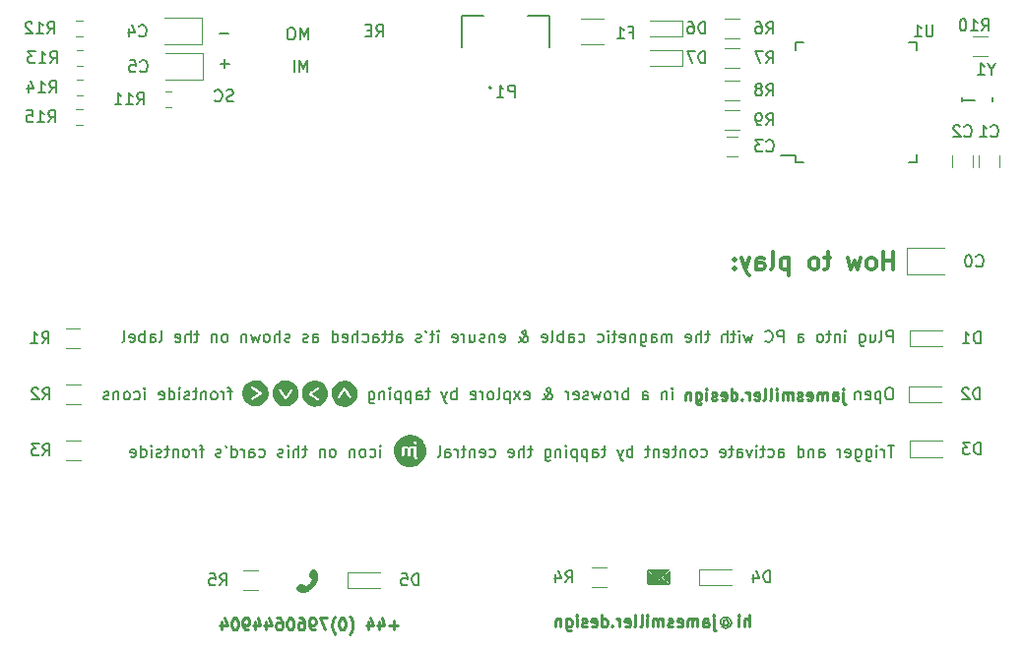
<source format=gbr>
G04 #@! TF.GenerationSoftware,KiCad,Pcbnew,(5.0.1-3-g963ef8bb5)*
G04 #@! TF.CreationDate,2019-04-07T15:35:03+01:00*
G04 #@! TF.ProjectId,invitation,696E7669746174696F6E2E6B69636164,rev?*
G04 #@! TF.SameCoordinates,Original*
G04 #@! TF.FileFunction,Legend,Bot*
G04 #@! TF.FilePolarity,Positive*
%FSLAX46Y46*%
G04 Gerber Fmt 4.6, Leading zero omitted, Abs format (unit mm)*
G04 Created by KiCad (PCBNEW (5.0.1-3-g963ef8bb5)) date Sunday, 07 April 2019 at 15:35:03*
%MOMM*%
%LPD*%
G01*
G04 APERTURE LIST*
%ADD10C,0.150000*%
%ADD11C,0.250000*%
%ADD12C,0.375000*%
%ADD13C,0.127000*%
%ADD14C,0.200000*%
%ADD15C,0.120000*%
%ADD16C,0.010000*%
G04 APERTURE END LIST*
D10*
X195684404Y-100658380D02*
X195684404Y-99658380D01*
X195303452Y-99658380D01*
X195208214Y-99706000D01*
X195160595Y-99753619D01*
X195112976Y-99848857D01*
X195112976Y-99991714D01*
X195160595Y-100086952D01*
X195208214Y-100134571D01*
X195303452Y-100182190D01*
X195684404Y-100182190D01*
X194541547Y-100658380D02*
X194636785Y-100610761D01*
X194684404Y-100515523D01*
X194684404Y-99658380D01*
X193732023Y-99991714D02*
X193732023Y-100658380D01*
X194160595Y-99991714D02*
X194160595Y-100515523D01*
X194112976Y-100610761D01*
X194017738Y-100658380D01*
X193874880Y-100658380D01*
X193779642Y-100610761D01*
X193732023Y-100563142D01*
X192827261Y-99991714D02*
X192827261Y-100801238D01*
X192874880Y-100896476D01*
X192922500Y-100944095D01*
X193017738Y-100991714D01*
X193160595Y-100991714D01*
X193255833Y-100944095D01*
X192827261Y-100610761D02*
X192922500Y-100658380D01*
X193112976Y-100658380D01*
X193208214Y-100610761D01*
X193255833Y-100563142D01*
X193303452Y-100467904D01*
X193303452Y-100182190D01*
X193255833Y-100086952D01*
X193208214Y-100039333D01*
X193112976Y-99991714D01*
X192922500Y-99991714D01*
X192827261Y-100039333D01*
X191589166Y-100658380D02*
X191589166Y-99991714D01*
X191589166Y-99658380D02*
X191636785Y-99706000D01*
X191589166Y-99753619D01*
X191541547Y-99706000D01*
X191589166Y-99658380D01*
X191589166Y-99753619D01*
X191112976Y-99991714D02*
X191112976Y-100658380D01*
X191112976Y-100086952D02*
X191065357Y-100039333D01*
X190970119Y-99991714D01*
X190827261Y-99991714D01*
X190732023Y-100039333D01*
X190684404Y-100134571D01*
X190684404Y-100658380D01*
X190351071Y-99991714D02*
X189970119Y-99991714D01*
X190208214Y-99658380D02*
X190208214Y-100515523D01*
X190160595Y-100610761D01*
X190065357Y-100658380D01*
X189970119Y-100658380D01*
X189493928Y-100658380D02*
X189589166Y-100610761D01*
X189636785Y-100563142D01*
X189684404Y-100467904D01*
X189684404Y-100182190D01*
X189636785Y-100086952D01*
X189589166Y-100039333D01*
X189493928Y-99991714D01*
X189351071Y-99991714D01*
X189255833Y-100039333D01*
X189208214Y-100086952D01*
X189160595Y-100182190D01*
X189160595Y-100467904D01*
X189208214Y-100563142D01*
X189255833Y-100610761D01*
X189351071Y-100658380D01*
X189493928Y-100658380D01*
X187541547Y-100658380D02*
X187541547Y-100134571D01*
X187589166Y-100039333D01*
X187684404Y-99991714D01*
X187874880Y-99991714D01*
X187970119Y-100039333D01*
X187541547Y-100610761D02*
X187636785Y-100658380D01*
X187874880Y-100658380D01*
X187970119Y-100610761D01*
X188017738Y-100515523D01*
X188017738Y-100420285D01*
X187970119Y-100325047D01*
X187874880Y-100277428D01*
X187636785Y-100277428D01*
X187541547Y-100229809D01*
X186303452Y-100658380D02*
X186303452Y-99658380D01*
X185922500Y-99658380D01*
X185827261Y-99706000D01*
X185779642Y-99753619D01*
X185732023Y-99848857D01*
X185732023Y-99991714D01*
X185779642Y-100086952D01*
X185827261Y-100134571D01*
X185922500Y-100182190D01*
X186303452Y-100182190D01*
X184732023Y-100563142D02*
X184779642Y-100610761D01*
X184922500Y-100658380D01*
X185017738Y-100658380D01*
X185160595Y-100610761D01*
X185255833Y-100515523D01*
X185303452Y-100420285D01*
X185351071Y-100229809D01*
X185351071Y-100086952D01*
X185303452Y-99896476D01*
X185255833Y-99801238D01*
X185160595Y-99706000D01*
X185017738Y-99658380D01*
X184922500Y-99658380D01*
X184779642Y-99706000D01*
X184732023Y-99753619D01*
X183636785Y-99991714D02*
X183446309Y-100658380D01*
X183255833Y-100182190D01*
X183065357Y-100658380D01*
X182874880Y-99991714D01*
X182493928Y-100658380D02*
X182493928Y-99991714D01*
X182493928Y-99658380D02*
X182541547Y-99706000D01*
X182493928Y-99753619D01*
X182446309Y-99706000D01*
X182493928Y-99658380D01*
X182493928Y-99753619D01*
X182160595Y-99991714D02*
X181779642Y-99991714D01*
X182017738Y-99658380D02*
X182017738Y-100515523D01*
X181970119Y-100610761D01*
X181874880Y-100658380D01*
X181779642Y-100658380D01*
X181446309Y-100658380D02*
X181446309Y-99658380D01*
X181017738Y-100658380D02*
X181017738Y-100134571D01*
X181065357Y-100039333D01*
X181160595Y-99991714D01*
X181303452Y-99991714D01*
X181398690Y-100039333D01*
X181446309Y-100086952D01*
X179922500Y-99991714D02*
X179541547Y-99991714D01*
X179779642Y-99658380D02*
X179779642Y-100515523D01*
X179732023Y-100610761D01*
X179636785Y-100658380D01*
X179541547Y-100658380D01*
X179208214Y-100658380D02*
X179208214Y-99658380D01*
X178779642Y-100658380D02*
X178779642Y-100134571D01*
X178827261Y-100039333D01*
X178922500Y-99991714D01*
X179065357Y-99991714D01*
X179160595Y-100039333D01*
X179208214Y-100086952D01*
X177922500Y-100610761D02*
X178017738Y-100658380D01*
X178208214Y-100658380D01*
X178303452Y-100610761D01*
X178351071Y-100515523D01*
X178351071Y-100134571D01*
X178303452Y-100039333D01*
X178208214Y-99991714D01*
X178017738Y-99991714D01*
X177922500Y-100039333D01*
X177874880Y-100134571D01*
X177874880Y-100229809D01*
X178351071Y-100325047D01*
X176684404Y-100658380D02*
X176684404Y-99991714D01*
X176684404Y-100086952D02*
X176636785Y-100039333D01*
X176541547Y-99991714D01*
X176398690Y-99991714D01*
X176303452Y-100039333D01*
X176255833Y-100134571D01*
X176255833Y-100658380D01*
X176255833Y-100134571D02*
X176208214Y-100039333D01*
X176112976Y-99991714D01*
X175970119Y-99991714D01*
X175874880Y-100039333D01*
X175827261Y-100134571D01*
X175827261Y-100658380D01*
X174922500Y-100658380D02*
X174922500Y-100134571D01*
X174970119Y-100039333D01*
X175065357Y-99991714D01*
X175255833Y-99991714D01*
X175351071Y-100039333D01*
X174922500Y-100610761D02*
X175017738Y-100658380D01*
X175255833Y-100658380D01*
X175351071Y-100610761D01*
X175398690Y-100515523D01*
X175398690Y-100420285D01*
X175351071Y-100325047D01*
X175255833Y-100277428D01*
X175017738Y-100277428D01*
X174922500Y-100229809D01*
X174017738Y-99991714D02*
X174017738Y-100801238D01*
X174065357Y-100896476D01*
X174112976Y-100944095D01*
X174208214Y-100991714D01*
X174351071Y-100991714D01*
X174446309Y-100944095D01*
X174017738Y-100610761D02*
X174112976Y-100658380D01*
X174303452Y-100658380D01*
X174398690Y-100610761D01*
X174446309Y-100563142D01*
X174493928Y-100467904D01*
X174493928Y-100182190D01*
X174446309Y-100086952D01*
X174398690Y-100039333D01*
X174303452Y-99991714D01*
X174112976Y-99991714D01*
X174017738Y-100039333D01*
X173541547Y-99991714D02*
X173541547Y-100658380D01*
X173541547Y-100086952D02*
X173493928Y-100039333D01*
X173398690Y-99991714D01*
X173255833Y-99991714D01*
X173160595Y-100039333D01*
X173112976Y-100134571D01*
X173112976Y-100658380D01*
X172255833Y-100610761D02*
X172351071Y-100658380D01*
X172541547Y-100658380D01*
X172636785Y-100610761D01*
X172684404Y-100515523D01*
X172684404Y-100134571D01*
X172636785Y-100039333D01*
X172541547Y-99991714D01*
X172351071Y-99991714D01*
X172255833Y-100039333D01*
X172208214Y-100134571D01*
X172208214Y-100229809D01*
X172684404Y-100325047D01*
X171922500Y-99991714D02*
X171541547Y-99991714D01*
X171779642Y-99658380D02*
X171779642Y-100515523D01*
X171732023Y-100610761D01*
X171636785Y-100658380D01*
X171541547Y-100658380D01*
X171208214Y-100658380D02*
X171208214Y-99991714D01*
X171208214Y-99658380D02*
X171255833Y-99706000D01*
X171208214Y-99753619D01*
X171160595Y-99706000D01*
X171208214Y-99658380D01*
X171208214Y-99753619D01*
X170303452Y-100610761D02*
X170398690Y-100658380D01*
X170589166Y-100658380D01*
X170684404Y-100610761D01*
X170732023Y-100563142D01*
X170779642Y-100467904D01*
X170779642Y-100182190D01*
X170732023Y-100086952D01*
X170684404Y-100039333D01*
X170589166Y-99991714D01*
X170398690Y-99991714D01*
X170303452Y-100039333D01*
X168684404Y-100610761D02*
X168779642Y-100658380D01*
X168970119Y-100658380D01*
X169065357Y-100610761D01*
X169112976Y-100563142D01*
X169160595Y-100467904D01*
X169160595Y-100182190D01*
X169112976Y-100086952D01*
X169065357Y-100039333D01*
X168970119Y-99991714D01*
X168779642Y-99991714D01*
X168684404Y-100039333D01*
X167827261Y-100658380D02*
X167827261Y-100134571D01*
X167874880Y-100039333D01*
X167970119Y-99991714D01*
X168160595Y-99991714D01*
X168255833Y-100039333D01*
X167827261Y-100610761D02*
X167922500Y-100658380D01*
X168160595Y-100658380D01*
X168255833Y-100610761D01*
X168303452Y-100515523D01*
X168303452Y-100420285D01*
X168255833Y-100325047D01*
X168160595Y-100277428D01*
X167922500Y-100277428D01*
X167827261Y-100229809D01*
X167351071Y-100658380D02*
X167351071Y-99658380D01*
X167351071Y-100039333D02*
X167255833Y-99991714D01*
X167065357Y-99991714D01*
X166970119Y-100039333D01*
X166922500Y-100086952D01*
X166874880Y-100182190D01*
X166874880Y-100467904D01*
X166922500Y-100563142D01*
X166970119Y-100610761D01*
X167065357Y-100658380D01*
X167255833Y-100658380D01*
X167351071Y-100610761D01*
X166303452Y-100658380D02*
X166398690Y-100610761D01*
X166446309Y-100515523D01*
X166446309Y-99658380D01*
X165541547Y-100610761D02*
X165636785Y-100658380D01*
X165827261Y-100658380D01*
X165922500Y-100610761D01*
X165970119Y-100515523D01*
X165970119Y-100134571D01*
X165922500Y-100039333D01*
X165827261Y-99991714D01*
X165636785Y-99991714D01*
X165541547Y-100039333D01*
X165493928Y-100134571D01*
X165493928Y-100229809D01*
X165970119Y-100325047D01*
X163493928Y-100658380D02*
X163541547Y-100658380D01*
X163636785Y-100610761D01*
X163779642Y-100467904D01*
X164017738Y-100182190D01*
X164112976Y-100039333D01*
X164160595Y-99896476D01*
X164160595Y-99801238D01*
X164112976Y-99706000D01*
X164017738Y-99658380D01*
X163970119Y-99658380D01*
X163874880Y-99706000D01*
X163827261Y-99801238D01*
X163827261Y-99848857D01*
X163874880Y-99944095D01*
X163922500Y-99991714D01*
X164208214Y-100182190D01*
X164255833Y-100229809D01*
X164303452Y-100325047D01*
X164303452Y-100467904D01*
X164255833Y-100563142D01*
X164208214Y-100610761D01*
X164112976Y-100658380D01*
X163970119Y-100658380D01*
X163874880Y-100610761D01*
X163827261Y-100563142D01*
X163684404Y-100372666D01*
X163636785Y-100229809D01*
X163636785Y-100134571D01*
X161922500Y-100610761D02*
X162017738Y-100658380D01*
X162208214Y-100658380D01*
X162303452Y-100610761D01*
X162351071Y-100515523D01*
X162351071Y-100134571D01*
X162303452Y-100039333D01*
X162208214Y-99991714D01*
X162017738Y-99991714D01*
X161922500Y-100039333D01*
X161874880Y-100134571D01*
X161874880Y-100229809D01*
X162351071Y-100325047D01*
X161446309Y-99991714D02*
X161446309Y-100658380D01*
X161446309Y-100086952D02*
X161398690Y-100039333D01*
X161303452Y-99991714D01*
X161160595Y-99991714D01*
X161065357Y-100039333D01*
X161017738Y-100134571D01*
X161017738Y-100658380D01*
X160589166Y-100610761D02*
X160493928Y-100658380D01*
X160303452Y-100658380D01*
X160208214Y-100610761D01*
X160160595Y-100515523D01*
X160160595Y-100467904D01*
X160208214Y-100372666D01*
X160303452Y-100325047D01*
X160446309Y-100325047D01*
X160541547Y-100277428D01*
X160589166Y-100182190D01*
X160589166Y-100134571D01*
X160541547Y-100039333D01*
X160446309Y-99991714D01*
X160303452Y-99991714D01*
X160208214Y-100039333D01*
X159303452Y-99991714D02*
X159303452Y-100658380D01*
X159732023Y-99991714D02*
X159732023Y-100515523D01*
X159684404Y-100610761D01*
X159589166Y-100658380D01*
X159446309Y-100658380D01*
X159351071Y-100610761D01*
X159303452Y-100563142D01*
X158827261Y-100658380D02*
X158827261Y-99991714D01*
X158827261Y-100182190D02*
X158779642Y-100086952D01*
X158732023Y-100039333D01*
X158636785Y-99991714D01*
X158541547Y-99991714D01*
X157827261Y-100610761D02*
X157922500Y-100658380D01*
X158112976Y-100658380D01*
X158208214Y-100610761D01*
X158255833Y-100515523D01*
X158255833Y-100134571D01*
X158208214Y-100039333D01*
X158112976Y-99991714D01*
X157922500Y-99991714D01*
X157827261Y-100039333D01*
X157779642Y-100134571D01*
X157779642Y-100229809D01*
X158255833Y-100325047D01*
X156589166Y-100658380D02*
X156589166Y-99991714D01*
X156589166Y-99658380D02*
X156636785Y-99706000D01*
X156589166Y-99753619D01*
X156541547Y-99706000D01*
X156589166Y-99658380D01*
X156589166Y-99753619D01*
X156255833Y-99991714D02*
X155874880Y-99991714D01*
X156112976Y-99658380D02*
X156112976Y-100515523D01*
X156065357Y-100610761D01*
X155970119Y-100658380D01*
X155874880Y-100658380D01*
X155493928Y-99658380D02*
X155493928Y-99706000D01*
X155541547Y-99801238D01*
X155589166Y-99848857D01*
X155112976Y-100610761D02*
X155017738Y-100658380D01*
X154827261Y-100658380D01*
X154732023Y-100610761D01*
X154684404Y-100515523D01*
X154684404Y-100467904D01*
X154732023Y-100372666D01*
X154827261Y-100325047D01*
X154970119Y-100325047D01*
X155065357Y-100277428D01*
X155112976Y-100182190D01*
X155112976Y-100134571D01*
X155065357Y-100039333D01*
X154970119Y-99991714D01*
X154827261Y-99991714D01*
X154732023Y-100039333D01*
X153065357Y-100658380D02*
X153065357Y-100134571D01*
X153112976Y-100039333D01*
X153208214Y-99991714D01*
X153398690Y-99991714D01*
X153493928Y-100039333D01*
X153065357Y-100610761D02*
X153160595Y-100658380D01*
X153398690Y-100658380D01*
X153493928Y-100610761D01*
X153541547Y-100515523D01*
X153541547Y-100420285D01*
X153493928Y-100325047D01*
X153398690Y-100277428D01*
X153160595Y-100277428D01*
X153065357Y-100229809D01*
X152732023Y-99991714D02*
X152351071Y-99991714D01*
X152589166Y-99658380D02*
X152589166Y-100515523D01*
X152541547Y-100610761D01*
X152446309Y-100658380D01*
X152351071Y-100658380D01*
X152160595Y-99991714D02*
X151779642Y-99991714D01*
X152017738Y-99658380D02*
X152017738Y-100515523D01*
X151970119Y-100610761D01*
X151874880Y-100658380D01*
X151779642Y-100658380D01*
X151017738Y-100658380D02*
X151017738Y-100134571D01*
X151065357Y-100039333D01*
X151160595Y-99991714D01*
X151351071Y-99991714D01*
X151446309Y-100039333D01*
X151017738Y-100610761D02*
X151112976Y-100658380D01*
X151351071Y-100658380D01*
X151446309Y-100610761D01*
X151493928Y-100515523D01*
X151493928Y-100420285D01*
X151446309Y-100325047D01*
X151351071Y-100277428D01*
X151112976Y-100277428D01*
X151017738Y-100229809D01*
X150112976Y-100610761D02*
X150208214Y-100658380D01*
X150398690Y-100658380D01*
X150493928Y-100610761D01*
X150541547Y-100563142D01*
X150589166Y-100467904D01*
X150589166Y-100182190D01*
X150541547Y-100086952D01*
X150493928Y-100039333D01*
X150398690Y-99991714D01*
X150208214Y-99991714D01*
X150112976Y-100039333D01*
X149684404Y-100658380D02*
X149684404Y-99658380D01*
X149255833Y-100658380D02*
X149255833Y-100134571D01*
X149303452Y-100039333D01*
X149398690Y-99991714D01*
X149541547Y-99991714D01*
X149636785Y-100039333D01*
X149684404Y-100086952D01*
X148398690Y-100610761D02*
X148493928Y-100658380D01*
X148684404Y-100658380D01*
X148779642Y-100610761D01*
X148827261Y-100515523D01*
X148827261Y-100134571D01*
X148779642Y-100039333D01*
X148684404Y-99991714D01*
X148493928Y-99991714D01*
X148398690Y-100039333D01*
X148351071Y-100134571D01*
X148351071Y-100229809D01*
X148827261Y-100325047D01*
X147493928Y-100658380D02*
X147493928Y-99658380D01*
X147493928Y-100610761D02*
X147589166Y-100658380D01*
X147779642Y-100658380D01*
X147874880Y-100610761D01*
X147922500Y-100563142D01*
X147970119Y-100467904D01*
X147970119Y-100182190D01*
X147922500Y-100086952D01*
X147874880Y-100039333D01*
X147779642Y-99991714D01*
X147589166Y-99991714D01*
X147493928Y-100039333D01*
X145827261Y-100658380D02*
X145827261Y-100134571D01*
X145874880Y-100039333D01*
X145970119Y-99991714D01*
X146160595Y-99991714D01*
X146255833Y-100039333D01*
X145827261Y-100610761D02*
X145922500Y-100658380D01*
X146160595Y-100658380D01*
X146255833Y-100610761D01*
X146303452Y-100515523D01*
X146303452Y-100420285D01*
X146255833Y-100325047D01*
X146160595Y-100277428D01*
X145922500Y-100277428D01*
X145827261Y-100229809D01*
X145398690Y-100610761D02*
X145303452Y-100658380D01*
X145112976Y-100658380D01*
X145017738Y-100610761D01*
X144970119Y-100515523D01*
X144970119Y-100467904D01*
X145017738Y-100372666D01*
X145112976Y-100325047D01*
X145255833Y-100325047D01*
X145351071Y-100277428D01*
X145398690Y-100182190D01*
X145398690Y-100134571D01*
X145351071Y-100039333D01*
X145255833Y-99991714D01*
X145112976Y-99991714D01*
X145017738Y-100039333D01*
X143827261Y-100610761D02*
X143732023Y-100658380D01*
X143541547Y-100658380D01*
X143446309Y-100610761D01*
X143398690Y-100515523D01*
X143398690Y-100467904D01*
X143446309Y-100372666D01*
X143541547Y-100325047D01*
X143684404Y-100325047D01*
X143779642Y-100277428D01*
X143827261Y-100182190D01*
X143827261Y-100134571D01*
X143779642Y-100039333D01*
X143684404Y-99991714D01*
X143541547Y-99991714D01*
X143446309Y-100039333D01*
X142970119Y-100658380D02*
X142970119Y-99658380D01*
X142541547Y-100658380D02*
X142541547Y-100134571D01*
X142589166Y-100039333D01*
X142684404Y-99991714D01*
X142827261Y-99991714D01*
X142922500Y-100039333D01*
X142970119Y-100086952D01*
X141922500Y-100658380D02*
X142017738Y-100610761D01*
X142065357Y-100563142D01*
X142112976Y-100467904D01*
X142112976Y-100182190D01*
X142065357Y-100086952D01*
X142017738Y-100039333D01*
X141922500Y-99991714D01*
X141779642Y-99991714D01*
X141684404Y-100039333D01*
X141636785Y-100086952D01*
X141589166Y-100182190D01*
X141589166Y-100467904D01*
X141636785Y-100563142D01*
X141684404Y-100610761D01*
X141779642Y-100658380D01*
X141922500Y-100658380D01*
X141255833Y-99991714D02*
X141065357Y-100658380D01*
X140874880Y-100182190D01*
X140684404Y-100658380D01*
X140493928Y-99991714D01*
X140112976Y-99991714D02*
X140112976Y-100658380D01*
X140112976Y-100086952D02*
X140065357Y-100039333D01*
X139970119Y-99991714D01*
X139827261Y-99991714D01*
X139732023Y-100039333D01*
X139684404Y-100134571D01*
X139684404Y-100658380D01*
X138303452Y-100658380D02*
X138398690Y-100610761D01*
X138446309Y-100563142D01*
X138493928Y-100467904D01*
X138493928Y-100182190D01*
X138446309Y-100086952D01*
X138398690Y-100039333D01*
X138303452Y-99991714D01*
X138160595Y-99991714D01*
X138065357Y-100039333D01*
X138017738Y-100086952D01*
X137970119Y-100182190D01*
X137970119Y-100467904D01*
X138017738Y-100563142D01*
X138065357Y-100610761D01*
X138160595Y-100658380D01*
X138303452Y-100658380D01*
X137541547Y-99991714D02*
X137541547Y-100658380D01*
X137541547Y-100086952D02*
X137493928Y-100039333D01*
X137398690Y-99991714D01*
X137255833Y-99991714D01*
X137160595Y-100039333D01*
X137112976Y-100134571D01*
X137112976Y-100658380D01*
X136017738Y-99991714D02*
X135636785Y-99991714D01*
X135874880Y-99658380D02*
X135874880Y-100515523D01*
X135827261Y-100610761D01*
X135732023Y-100658380D01*
X135636785Y-100658380D01*
X135303452Y-100658380D02*
X135303452Y-99658380D01*
X134874880Y-100658380D02*
X134874880Y-100134571D01*
X134922500Y-100039333D01*
X135017738Y-99991714D01*
X135160595Y-99991714D01*
X135255833Y-100039333D01*
X135303452Y-100086952D01*
X134017738Y-100610761D02*
X134112976Y-100658380D01*
X134303452Y-100658380D01*
X134398690Y-100610761D01*
X134446309Y-100515523D01*
X134446309Y-100134571D01*
X134398690Y-100039333D01*
X134303452Y-99991714D01*
X134112976Y-99991714D01*
X134017738Y-100039333D01*
X133970119Y-100134571D01*
X133970119Y-100229809D01*
X134446309Y-100325047D01*
X132636785Y-100658380D02*
X132732023Y-100610761D01*
X132779642Y-100515523D01*
X132779642Y-99658380D01*
X131827261Y-100658380D02*
X131827261Y-100134571D01*
X131874880Y-100039333D01*
X131970119Y-99991714D01*
X132160595Y-99991714D01*
X132255833Y-100039333D01*
X131827261Y-100610761D02*
X131922500Y-100658380D01*
X132160595Y-100658380D01*
X132255833Y-100610761D01*
X132303452Y-100515523D01*
X132303452Y-100420285D01*
X132255833Y-100325047D01*
X132160595Y-100277428D01*
X131922500Y-100277428D01*
X131827261Y-100229809D01*
X131351071Y-100658380D02*
X131351071Y-99658380D01*
X131351071Y-100039333D02*
X131255833Y-99991714D01*
X131065357Y-99991714D01*
X130970119Y-100039333D01*
X130922500Y-100086952D01*
X130874880Y-100182190D01*
X130874880Y-100467904D01*
X130922500Y-100563142D01*
X130970119Y-100610761D01*
X131065357Y-100658380D01*
X131255833Y-100658380D01*
X131351071Y-100610761D01*
X130065357Y-100610761D02*
X130160595Y-100658380D01*
X130351071Y-100658380D01*
X130446309Y-100610761D01*
X130493928Y-100515523D01*
X130493928Y-100134571D01*
X130446309Y-100039333D01*
X130351071Y-99991714D01*
X130160595Y-99991714D01*
X130065357Y-100039333D01*
X130017738Y-100134571D01*
X130017738Y-100229809D01*
X130493928Y-100325047D01*
X129446309Y-100658380D02*
X129541547Y-100610761D01*
X129589166Y-100515523D01*
X129589166Y-99658380D01*
X195493928Y-104608380D02*
X195303452Y-104608380D01*
X195208214Y-104656000D01*
X195112976Y-104751238D01*
X195065357Y-104941714D01*
X195065357Y-105275047D01*
X195112976Y-105465523D01*
X195208214Y-105560761D01*
X195303452Y-105608380D01*
X195493928Y-105608380D01*
X195589166Y-105560761D01*
X195684404Y-105465523D01*
X195732023Y-105275047D01*
X195732023Y-104941714D01*
X195684404Y-104751238D01*
X195589166Y-104656000D01*
X195493928Y-104608380D01*
X194636785Y-104941714D02*
X194636785Y-105941714D01*
X194636785Y-104989333D02*
X194541547Y-104941714D01*
X194351071Y-104941714D01*
X194255833Y-104989333D01*
X194208214Y-105036952D01*
X194160595Y-105132190D01*
X194160595Y-105417904D01*
X194208214Y-105513142D01*
X194255833Y-105560761D01*
X194351071Y-105608380D01*
X194541547Y-105608380D01*
X194636785Y-105560761D01*
X193351071Y-105560761D02*
X193446309Y-105608380D01*
X193636785Y-105608380D01*
X193732023Y-105560761D01*
X193779642Y-105465523D01*
X193779642Y-105084571D01*
X193732023Y-104989333D01*
X193636785Y-104941714D01*
X193446309Y-104941714D01*
X193351071Y-104989333D01*
X193303452Y-105084571D01*
X193303452Y-105179809D01*
X193779642Y-105275047D01*
X192874880Y-104941714D02*
X192874880Y-105608380D01*
X192874880Y-105036952D02*
X192827261Y-104989333D01*
X192732023Y-104941714D01*
X192589166Y-104941714D01*
X192493928Y-104989333D01*
X192446309Y-105084571D01*
X192446309Y-105608380D01*
X176732023Y-105608380D02*
X176732023Y-104941714D01*
X176732023Y-104608380D02*
X176779642Y-104656000D01*
X176732023Y-104703619D01*
X176684404Y-104656000D01*
X176732023Y-104608380D01*
X176732023Y-104703619D01*
X176255833Y-104941714D02*
X176255833Y-105608380D01*
X176255833Y-105036952D02*
X176208214Y-104989333D01*
X176112976Y-104941714D01*
X175970119Y-104941714D01*
X175874880Y-104989333D01*
X175827261Y-105084571D01*
X175827261Y-105608380D01*
X174160595Y-105608380D02*
X174160595Y-105084571D01*
X174208214Y-104989333D01*
X174303452Y-104941714D01*
X174493928Y-104941714D01*
X174589166Y-104989333D01*
X174160595Y-105560761D02*
X174255833Y-105608380D01*
X174493928Y-105608380D01*
X174589166Y-105560761D01*
X174636785Y-105465523D01*
X174636785Y-105370285D01*
X174589166Y-105275047D01*
X174493928Y-105227428D01*
X174255833Y-105227428D01*
X174160595Y-105179809D01*
X172922500Y-105608380D02*
X172922500Y-104608380D01*
X172922500Y-104989333D02*
X172827261Y-104941714D01*
X172636785Y-104941714D01*
X172541547Y-104989333D01*
X172493928Y-105036952D01*
X172446309Y-105132190D01*
X172446309Y-105417904D01*
X172493928Y-105513142D01*
X172541547Y-105560761D01*
X172636785Y-105608380D01*
X172827261Y-105608380D01*
X172922500Y-105560761D01*
X172017738Y-105608380D02*
X172017738Y-104941714D01*
X172017738Y-105132190D02*
X171970119Y-105036952D01*
X171922500Y-104989333D01*
X171827261Y-104941714D01*
X171732023Y-104941714D01*
X171255833Y-105608380D02*
X171351071Y-105560761D01*
X171398690Y-105513142D01*
X171446309Y-105417904D01*
X171446309Y-105132190D01*
X171398690Y-105036952D01*
X171351071Y-104989333D01*
X171255833Y-104941714D01*
X171112976Y-104941714D01*
X171017738Y-104989333D01*
X170970119Y-105036952D01*
X170922500Y-105132190D01*
X170922500Y-105417904D01*
X170970119Y-105513142D01*
X171017738Y-105560761D01*
X171112976Y-105608380D01*
X171255833Y-105608380D01*
X170589166Y-104941714D02*
X170398690Y-105608380D01*
X170208214Y-105132190D01*
X170017738Y-105608380D01*
X169827261Y-104941714D01*
X169493928Y-105560761D02*
X169398690Y-105608380D01*
X169208214Y-105608380D01*
X169112976Y-105560761D01*
X169065357Y-105465523D01*
X169065357Y-105417904D01*
X169112976Y-105322666D01*
X169208214Y-105275047D01*
X169351071Y-105275047D01*
X169446309Y-105227428D01*
X169493928Y-105132190D01*
X169493928Y-105084571D01*
X169446309Y-104989333D01*
X169351071Y-104941714D01*
X169208214Y-104941714D01*
X169112976Y-104989333D01*
X168255833Y-105560761D02*
X168351071Y-105608380D01*
X168541547Y-105608380D01*
X168636785Y-105560761D01*
X168684404Y-105465523D01*
X168684404Y-105084571D01*
X168636785Y-104989333D01*
X168541547Y-104941714D01*
X168351071Y-104941714D01*
X168255833Y-104989333D01*
X168208214Y-105084571D01*
X168208214Y-105179809D01*
X168684404Y-105275047D01*
X167779642Y-105608380D02*
X167779642Y-104941714D01*
X167779642Y-105132190D02*
X167732023Y-105036952D01*
X167684404Y-104989333D01*
X167589166Y-104941714D01*
X167493928Y-104941714D01*
X165589166Y-105608380D02*
X165636785Y-105608380D01*
X165732023Y-105560761D01*
X165874880Y-105417904D01*
X166112976Y-105132190D01*
X166208214Y-104989333D01*
X166255833Y-104846476D01*
X166255833Y-104751238D01*
X166208214Y-104656000D01*
X166112976Y-104608380D01*
X166065357Y-104608380D01*
X165970119Y-104656000D01*
X165922500Y-104751238D01*
X165922500Y-104798857D01*
X165970119Y-104894095D01*
X166017738Y-104941714D01*
X166303452Y-105132190D01*
X166351071Y-105179809D01*
X166398690Y-105275047D01*
X166398690Y-105417904D01*
X166351071Y-105513142D01*
X166303452Y-105560761D01*
X166208214Y-105608380D01*
X166065357Y-105608380D01*
X165970119Y-105560761D01*
X165922500Y-105513142D01*
X165779642Y-105322666D01*
X165732023Y-105179809D01*
X165732023Y-105084571D01*
X164017738Y-105560761D02*
X164112976Y-105608380D01*
X164303452Y-105608380D01*
X164398690Y-105560761D01*
X164446309Y-105465523D01*
X164446309Y-105084571D01*
X164398690Y-104989333D01*
X164303452Y-104941714D01*
X164112976Y-104941714D01*
X164017738Y-104989333D01*
X163970119Y-105084571D01*
X163970119Y-105179809D01*
X164446309Y-105275047D01*
X163636785Y-105608380D02*
X163112976Y-104941714D01*
X163636785Y-104941714D02*
X163112976Y-105608380D01*
X162732023Y-104941714D02*
X162732023Y-105941714D01*
X162732023Y-104989333D02*
X162636785Y-104941714D01*
X162446309Y-104941714D01*
X162351071Y-104989333D01*
X162303452Y-105036952D01*
X162255833Y-105132190D01*
X162255833Y-105417904D01*
X162303452Y-105513142D01*
X162351071Y-105560761D01*
X162446309Y-105608380D01*
X162636785Y-105608380D01*
X162732023Y-105560761D01*
X161684404Y-105608380D02*
X161779642Y-105560761D01*
X161827261Y-105465523D01*
X161827261Y-104608380D01*
X161160595Y-105608380D02*
X161255833Y-105560761D01*
X161303452Y-105513142D01*
X161351071Y-105417904D01*
X161351071Y-105132190D01*
X161303452Y-105036952D01*
X161255833Y-104989333D01*
X161160595Y-104941714D01*
X161017738Y-104941714D01*
X160922500Y-104989333D01*
X160874880Y-105036952D01*
X160827261Y-105132190D01*
X160827261Y-105417904D01*
X160874880Y-105513142D01*
X160922500Y-105560761D01*
X161017738Y-105608380D01*
X161160595Y-105608380D01*
X160398690Y-105608380D02*
X160398690Y-104941714D01*
X160398690Y-105132190D02*
X160351071Y-105036952D01*
X160303452Y-104989333D01*
X160208214Y-104941714D01*
X160112976Y-104941714D01*
X159398690Y-105560761D02*
X159493928Y-105608380D01*
X159684404Y-105608380D01*
X159779642Y-105560761D01*
X159827261Y-105465523D01*
X159827261Y-105084571D01*
X159779642Y-104989333D01*
X159684404Y-104941714D01*
X159493928Y-104941714D01*
X159398690Y-104989333D01*
X159351071Y-105084571D01*
X159351071Y-105179809D01*
X159827261Y-105275047D01*
X158160595Y-105608380D02*
X158160595Y-104608380D01*
X158160595Y-104989333D02*
X158065357Y-104941714D01*
X157874880Y-104941714D01*
X157779642Y-104989333D01*
X157732023Y-105036952D01*
X157684404Y-105132190D01*
X157684404Y-105417904D01*
X157732023Y-105513142D01*
X157779642Y-105560761D01*
X157874880Y-105608380D01*
X158065357Y-105608380D01*
X158160595Y-105560761D01*
X157351071Y-104941714D02*
X157112976Y-105608380D01*
X156874880Y-104941714D02*
X157112976Y-105608380D01*
X157208214Y-105846476D01*
X157255833Y-105894095D01*
X157351071Y-105941714D01*
X155874880Y-104941714D02*
X155493928Y-104941714D01*
X155732023Y-104608380D02*
X155732023Y-105465523D01*
X155684404Y-105560761D01*
X155589166Y-105608380D01*
X155493928Y-105608380D01*
X154732023Y-105608380D02*
X154732023Y-105084571D01*
X154779642Y-104989333D01*
X154874880Y-104941714D01*
X155065357Y-104941714D01*
X155160595Y-104989333D01*
X154732023Y-105560761D02*
X154827261Y-105608380D01*
X155065357Y-105608380D01*
X155160595Y-105560761D01*
X155208214Y-105465523D01*
X155208214Y-105370285D01*
X155160595Y-105275047D01*
X155065357Y-105227428D01*
X154827261Y-105227428D01*
X154732023Y-105179809D01*
X154255833Y-104941714D02*
X154255833Y-105941714D01*
X154255833Y-104989333D02*
X154160595Y-104941714D01*
X153970119Y-104941714D01*
X153874880Y-104989333D01*
X153827261Y-105036952D01*
X153779642Y-105132190D01*
X153779642Y-105417904D01*
X153827261Y-105513142D01*
X153874880Y-105560761D01*
X153970119Y-105608380D01*
X154160595Y-105608380D01*
X154255833Y-105560761D01*
X153351071Y-104941714D02*
X153351071Y-105941714D01*
X153351071Y-104989333D02*
X153255833Y-104941714D01*
X153065357Y-104941714D01*
X152970119Y-104989333D01*
X152922500Y-105036952D01*
X152874880Y-105132190D01*
X152874880Y-105417904D01*
X152922500Y-105513142D01*
X152970119Y-105560761D01*
X153065357Y-105608380D01*
X153255833Y-105608380D01*
X153351071Y-105560761D01*
X152446309Y-105608380D02*
X152446309Y-104941714D01*
X152446309Y-104608380D02*
X152493928Y-104656000D01*
X152446309Y-104703619D01*
X152398690Y-104656000D01*
X152446309Y-104608380D01*
X152446309Y-104703619D01*
X151970119Y-104941714D02*
X151970119Y-105608380D01*
X151970119Y-105036952D02*
X151922500Y-104989333D01*
X151827261Y-104941714D01*
X151684404Y-104941714D01*
X151589166Y-104989333D01*
X151541547Y-105084571D01*
X151541547Y-105608380D01*
X150636785Y-104941714D02*
X150636785Y-105751238D01*
X150684404Y-105846476D01*
X150732023Y-105894095D01*
X150827261Y-105941714D01*
X150970119Y-105941714D01*
X151065357Y-105894095D01*
X150636785Y-105560761D02*
X150732023Y-105608380D01*
X150922500Y-105608380D01*
X151017738Y-105560761D01*
X151065357Y-105513142D01*
X151112976Y-105417904D01*
X151112976Y-105132190D01*
X151065357Y-105036952D01*
X151017738Y-104989333D01*
X150922500Y-104941714D01*
X150732023Y-104941714D01*
X150636785Y-104989333D01*
X138874880Y-104941714D02*
X138493928Y-104941714D01*
X138732023Y-105608380D02*
X138732023Y-104751238D01*
X138684404Y-104656000D01*
X138589166Y-104608380D01*
X138493928Y-104608380D01*
X138160595Y-105608380D02*
X138160595Y-104941714D01*
X138160595Y-105132190D02*
X138112976Y-105036952D01*
X138065357Y-104989333D01*
X137970119Y-104941714D01*
X137874880Y-104941714D01*
X137398690Y-105608380D02*
X137493928Y-105560761D01*
X137541547Y-105513142D01*
X137589166Y-105417904D01*
X137589166Y-105132190D01*
X137541547Y-105036952D01*
X137493928Y-104989333D01*
X137398690Y-104941714D01*
X137255833Y-104941714D01*
X137160595Y-104989333D01*
X137112976Y-105036952D01*
X137065357Y-105132190D01*
X137065357Y-105417904D01*
X137112976Y-105513142D01*
X137160595Y-105560761D01*
X137255833Y-105608380D01*
X137398690Y-105608380D01*
X136636785Y-104941714D02*
X136636785Y-105608380D01*
X136636785Y-105036952D02*
X136589166Y-104989333D01*
X136493928Y-104941714D01*
X136351071Y-104941714D01*
X136255833Y-104989333D01*
X136208214Y-105084571D01*
X136208214Y-105608380D01*
X135874880Y-104941714D02*
X135493928Y-104941714D01*
X135732023Y-104608380D02*
X135732023Y-105465523D01*
X135684404Y-105560761D01*
X135589166Y-105608380D01*
X135493928Y-105608380D01*
X135208214Y-105560761D02*
X135112976Y-105608380D01*
X134922500Y-105608380D01*
X134827261Y-105560761D01*
X134779642Y-105465523D01*
X134779642Y-105417904D01*
X134827261Y-105322666D01*
X134922500Y-105275047D01*
X135065357Y-105275047D01*
X135160595Y-105227428D01*
X135208214Y-105132190D01*
X135208214Y-105084571D01*
X135160595Y-104989333D01*
X135065357Y-104941714D01*
X134922500Y-104941714D01*
X134827261Y-104989333D01*
X134351071Y-105608380D02*
X134351071Y-104941714D01*
X134351071Y-104608380D02*
X134398690Y-104656000D01*
X134351071Y-104703619D01*
X134303452Y-104656000D01*
X134351071Y-104608380D01*
X134351071Y-104703619D01*
X133446309Y-105608380D02*
X133446309Y-104608380D01*
X133446309Y-105560761D02*
X133541547Y-105608380D01*
X133732023Y-105608380D01*
X133827261Y-105560761D01*
X133874880Y-105513142D01*
X133922500Y-105417904D01*
X133922500Y-105132190D01*
X133874880Y-105036952D01*
X133827261Y-104989333D01*
X133732023Y-104941714D01*
X133541547Y-104941714D01*
X133446309Y-104989333D01*
X132589166Y-105560761D02*
X132684404Y-105608380D01*
X132874880Y-105608380D01*
X132970119Y-105560761D01*
X133017738Y-105465523D01*
X133017738Y-105084571D01*
X132970119Y-104989333D01*
X132874880Y-104941714D01*
X132684404Y-104941714D01*
X132589166Y-104989333D01*
X132541547Y-105084571D01*
X132541547Y-105179809D01*
X133017738Y-105275047D01*
X131351071Y-105608380D02*
X131351071Y-104941714D01*
X131351071Y-104608380D02*
X131398690Y-104656000D01*
X131351071Y-104703619D01*
X131303452Y-104656000D01*
X131351071Y-104608380D01*
X131351071Y-104703619D01*
X130446309Y-105560761D02*
X130541547Y-105608380D01*
X130732023Y-105608380D01*
X130827261Y-105560761D01*
X130874880Y-105513142D01*
X130922500Y-105417904D01*
X130922500Y-105132190D01*
X130874880Y-105036952D01*
X130827261Y-104989333D01*
X130732023Y-104941714D01*
X130541547Y-104941714D01*
X130446309Y-104989333D01*
X129874880Y-105608380D02*
X129970119Y-105560761D01*
X130017738Y-105513142D01*
X130065357Y-105417904D01*
X130065357Y-105132190D01*
X130017738Y-105036952D01*
X129970119Y-104989333D01*
X129874880Y-104941714D01*
X129732023Y-104941714D01*
X129636785Y-104989333D01*
X129589166Y-105036952D01*
X129541547Y-105132190D01*
X129541547Y-105417904D01*
X129589166Y-105513142D01*
X129636785Y-105560761D01*
X129732023Y-105608380D01*
X129874880Y-105608380D01*
X129112976Y-104941714D02*
X129112976Y-105608380D01*
X129112976Y-105036952D02*
X129065357Y-104989333D01*
X128970119Y-104941714D01*
X128827261Y-104941714D01*
X128732023Y-104989333D01*
X128684404Y-105084571D01*
X128684404Y-105608380D01*
X128255833Y-105560761D02*
X128160595Y-105608380D01*
X127970119Y-105608380D01*
X127874880Y-105560761D01*
X127827261Y-105465523D01*
X127827261Y-105417904D01*
X127874880Y-105322666D01*
X127970119Y-105275047D01*
X128112976Y-105275047D01*
X128208214Y-105227428D01*
X128255833Y-105132190D01*
X128255833Y-105084571D01*
X128208214Y-104989333D01*
X128112976Y-104941714D01*
X127970119Y-104941714D01*
X127874880Y-104989333D01*
X195827261Y-109558380D02*
X195255833Y-109558380D01*
X195541547Y-110558380D02*
X195541547Y-109558380D01*
X194922500Y-110558380D02*
X194922500Y-109891714D01*
X194922500Y-110082190D02*
X194874880Y-109986952D01*
X194827261Y-109939333D01*
X194732023Y-109891714D01*
X194636785Y-109891714D01*
X194303452Y-110558380D02*
X194303452Y-109891714D01*
X194303452Y-109558380D02*
X194351071Y-109606000D01*
X194303452Y-109653619D01*
X194255833Y-109606000D01*
X194303452Y-109558380D01*
X194303452Y-109653619D01*
X193398690Y-109891714D02*
X193398690Y-110701238D01*
X193446309Y-110796476D01*
X193493928Y-110844095D01*
X193589166Y-110891714D01*
X193732023Y-110891714D01*
X193827261Y-110844095D01*
X193398690Y-110510761D02*
X193493928Y-110558380D01*
X193684404Y-110558380D01*
X193779642Y-110510761D01*
X193827261Y-110463142D01*
X193874880Y-110367904D01*
X193874880Y-110082190D01*
X193827261Y-109986952D01*
X193779642Y-109939333D01*
X193684404Y-109891714D01*
X193493928Y-109891714D01*
X193398690Y-109939333D01*
X192493928Y-109891714D02*
X192493928Y-110701238D01*
X192541547Y-110796476D01*
X192589166Y-110844095D01*
X192684404Y-110891714D01*
X192827261Y-110891714D01*
X192922500Y-110844095D01*
X192493928Y-110510761D02*
X192589166Y-110558380D01*
X192779642Y-110558380D01*
X192874880Y-110510761D01*
X192922500Y-110463142D01*
X192970119Y-110367904D01*
X192970119Y-110082190D01*
X192922500Y-109986952D01*
X192874880Y-109939333D01*
X192779642Y-109891714D01*
X192589166Y-109891714D01*
X192493928Y-109939333D01*
X191636785Y-110510761D02*
X191732023Y-110558380D01*
X191922500Y-110558380D01*
X192017738Y-110510761D01*
X192065357Y-110415523D01*
X192065357Y-110034571D01*
X192017738Y-109939333D01*
X191922500Y-109891714D01*
X191732023Y-109891714D01*
X191636785Y-109939333D01*
X191589166Y-110034571D01*
X191589166Y-110129809D01*
X192065357Y-110225047D01*
X191160595Y-110558380D02*
X191160595Y-109891714D01*
X191160595Y-110082190D02*
X191112976Y-109986952D01*
X191065357Y-109939333D01*
X190970119Y-109891714D01*
X190874880Y-109891714D01*
X189351071Y-110558380D02*
X189351071Y-110034571D01*
X189398690Y-109939333D01*
X189493928Y-109891714D01*
X189684404Y-109891714D01*
X189779642Y-109939333D01*
X189351071Y-110510761D02*
X189446309Y-110558380D01*
X189684404Y-110558380D01*
X189779642Y-110510761D01*
X189827261Y-110415523D01*
X189827261Y-110320285D01*
X189779642Y-110225047D01*
X189684404Y-110177428D01*
X189446309Y-110177428D01*
X189351071Y-110129809D01*
X188874880Y-109891714D02*
X188874880Y-110558380D01*
X188874880Y-109986952D02*
X188827261Y-109939333D01*
X188732023Y-109891714D01*
X188589166Y-109891714D01*
X188493928Y-109939333D01*
X188446309Y-110034571D01*
X188446309Y-110558380D01*
X187541547Y-110558380D02*
X187541547Y-109558380D01*
X187541547Y-110510761D02*
X187636785Y-110558380D01*
X187827261Y-110558380D01*
X187922500Y-110510761D01*
X187970119Y-110463142D01*
X188017738Y-110367904D01*
X188017738Y-110082190D01*
X187970119Y-109986952D01*
X187922500Y-109939333D01*
X187827261Y-109891714D01*
X187636785Y-109891714D01*
X187541547Y-109939333D01*
X185874880Y-110558380D02*
X185874880Y-110034571D01*
X185922500Y-109939333D01*
X186017738Y-109891714D01*
X186208214Y-109891714D01*
X186303452Y-109939333D01*
X185874880Y-110510761D02*
X185970119Y-110558380D01*
X186208214Y-110558380D01*
X186303452Y-110510761D01*
X186351071Y-110415523D01*
X186351071Y-110320285D01*
X186303452Y-110225047D01*
X186208214Y-110177428D01*
X185970119Y-110177428D01*
X185874880Y-110129809D01*
X184970119Y-110510761D02*
X185065357Y-110558380D01*
X185255833Y-110558380D01*
X185351071Y-110510761D01*
X185398690Y-110463142D01*
X185446309Y-110367904D01*
X185446309Y-110082190D01*
X185398690Y-109986952D01*
X185351071Y-109939333D01*
X185255833Y-109891714D01*
X185065357Y-109891714D01*
X184970119Y-109939333D01*
X184684404Y-109891714D02*
X184303452Y-109891714D01*
X184541547Y-109558380D02*
X184541547Y-110415523D01*
X184493928Y-110510761D01*
X184398690Y-110558380D01*
X184303452Y-110558380D01*
X183970119Y-110558380D02*
X183970119Y-109891714D01*
X183970119Y-109558380D02*
X184017738Y-109606000D01*
X183970119Y-109653619D01*
X183922500Y-109606000D01*
X183970119Y-109558380D01*
X183970119Y-109653619D01*
X183589166Y-109891714D02*
X183351071Y-110558380D01*
X183112976Y-109891714D01*
X182303452Y-110558380D02*
X182303452Y-110034571D01*
X182351071Y-109939333D01*
X182446309Y-109891714D01*
X182636785Y-109891714D01*
X182732023Y-109939333D01*
X182303452Y-110510761D02*
X182398690Y-110558380D01*
X182636785Y-110558380D01*
X182732023Y-110510761D01*
X182779642Y-110415523D01*
X182779642Y-110320285D01*
X182732023Y-110225047D01*
X182636785Y-110177428D01*
X182398690Y-110177428D01*
X182303452Y-110129809D01*
X181970119Y-109891714D02*
X181589166Y-109891714D01*
X181827261Y-109558380D02*
X181827261Y-110415523D01*
X181779642Y-110510761D01*
X181684404Y-110558380D01*
X181589166Y-110558380D01*
X180874880Y-110510761D02*
X180970119Y-110558380D01*
X181160595Y-110558380D01*
X181255833Y-110510761D01*
X181303452Y-110415523D01*
X181303452Y-110034571D01*
X181255833Y-109939333D01*
X181160595Y-109891714D01*
X180970119Y-109891714D01*
X180874880Y-109939333D01*
X180827261Y-110034571D01*
X180827261Y-110129809D01*
X181303452Y-110225047D01*
X179208214Y-110510761D02*
X179303452Y-110558380D01*
X179493928Y-110558380D01*
X179589166Y-110510761D01*
X179636785Y-110463142D01*
X179684404Y-110367904D01*
X179684404Y-110082190D01*
X179636785Y-109986952D01*
X179589166Y-109939333D01*
X179493928Y-109891714D01*
X179303452Y-109891714D01*
X179208214Y-109939333D01*
X178636785Y-110558380D02*
X178732023Y-110510761D01*
X178779642Y-110463142D01*
X178827261Y-110367904D01*
X178827261Y-110082190D01*
X178779642Y-109986952D01*
X178732023Y-109939333D01*
X178636785Y-109891714D01*
X178493928Y-109891714D01*
X178398690Y-109939333D01*
X178351071Y-109986952D01*
X178303452Y-110082190D01*
X178303452Y-110367904D01*
X178351071Y-110463142D01*
X178398690Y-110510761D01*
X178493928Y-110558380D01*
X178636785Y-110558380D01*
X177874880Y-109891714D02*
X177874880Y-110558380D01*
X177874880Y-109986952D02*
X177827261Y-109939333D01*
X177732023Y-109891714D01*
X177589166Y-109891714D01*
X177493928Y-109939333D01*
X177446309Y-110034571D01*
X177446309Y-110558380D01*
X177112976Y-109891714D02*
X176732023Y-109891714D01*
X176970119Y-109558380D02*
X176970119Y-110415523D01*
X176922500Y-110510761D01*
X176827261Y-110558380D01*
X176732023Y-110558380D01*
X176017738Y-110510761D02*
X176112976Y-110558380D01*
X176303452Y-110558380D01*
X176398690Y-110510761D01*
X176446309Y-110415523D01*
X176446309Y-110034571D01*
X176398690Y-109939333D01*
X176303452Y-109891714D01*
X176112976Y-109891714D01*
X176017738Y-109939333D01*
X175970119Y-110034571D01*
X175970119Y-110129809D01*
X176446309Y-110225047D01*
X175541547Y-109891714D02*
X175541547Y-110558380D01*
X175541547Y-109986952D02*
X175493928Y-109939333D01*
X175398690Y-109891714D01*
X175255833Y-109891714D01*
X175160595Y-109939333D01*
X175112976Y-110034571D01*
X175112976Y-110558380D01*
X174779642Y-109891714D02*
X174398690Y-109891714D01*
X174636785Y-109558380D02*
X174636785Y-110415523D01*
X174589166Y-110510761D01*
X174493928Y-110558380D01*
X174398690Y-110558380D01*
X173303452Y-110558380D02*
X173303452Y-109558380D01*
X173303452Y-109939333D02*
X173208214Y-109891714D01*
X173017738Y-109891714D01*
X172922500Y-109939333D01*
X172874880Y-109986952D01*
X172827261Y-110082190D01*
X172827261Y-110367904D01*
X172874880Y-110463142D01*
X172922500Y-110510761D01*
X173017738Y-110558380D01*
X173208214Y-110558380D01*
X173303452Y-110510761D01*
X172493928Y-109891714D02*
X172255833Y-110558380D01*
X172017738Y-109891714D02*
X172255833Y-110558380D01*
X172351071Y-110796476D01*
X172398690Y-110844095D01*
X172493928Y-110891714D01*
X171017738Y-109891714D02*
X170636785Y-109891714D01*
X170874880Y-109558380D02*
X170874880Y-110415523D01*
X170827261Y-110510761D01*
X170732023Y-110558380D01*
X170636785Y-110558380D01*
X169874880Y-110558380D02*
X169874880Y-110034571D01*
X169922500Y-109939333D01*
X170017738Y-109891714D01*
X170208214Y-109891714D01*
X170303452Y-109939333D01*
X169874880Y-110510761D02*
X169970119Y-110558380D01*
X170208214Y-110558380D01*
X170303452Y-110510761D01*
X170351071Y-110415523D01*
X170351071Y-110320285D01*
X170303452Y-110225047D01*
X170208214Y-110177428D01*
X169970119Y-110177428D01*
X169874880Y-110129809D01*
X169398690Y-109891714D02*
X169398690Y-110891714D01*
X169398690Y-109939333D02*
X169303452Y-109891714D01*
X169112976Y-109891714D01*
X169017738Y-109939333D01*
X168970119Y-109986952D01*
X168922500Y-110082190D01*
X168922500Y-110367904D01*
X168970119Y-110463142D01*
X169017738Y-110510761D01*
X169112976Y-110558380D01*
X169303452Y-110558380D01*
X169398690Y-110510761D01*
X168493928Y-109891714D02*
X168493928Y-110891714D01*
X168493928Y-109939333D02*
X168398690Y-109891714D01*
X168208214Y-109891714D01*
X168112976Y-109939333D01*
X168065357Y-109986952D01*
X168017738Y-110082190D01*
X168017738Y-110367904D01*
X168065357Y-110463142D01*
X168112976Y-110510761D01*
X168208214Y-110558380D01*
X168398690Y-110558380D01*
X168493928Y-110510761D01*
X167589166Y-110558380D02*
X167589166Y-109891714D01*
X167589166Y-109558380D02*
X167636785Y-109606000D01*
X167589166Y-109653619D01*
X167541547Y-109606000D01*
X167589166Y-109558380D01*
X167589166Y-109653619D01*
X167112976Y-109891714D02*
X167112976Y-110558380D01*
X167112976Y-109986952D02*
X167065357Y-109939333D01*
X166970119Y-109891714D01*
X166827261Y-109891714D01*
X166732023Y-109939333D01*
X166684404Y-110034571D01*
X166684404Y-110558380D01*
X165779642Y-109891714D02*
X165779642Y-110701238D01*
X165827261Y-110796476D01*
X165874880Y-110844095D01*
X165970119Y-110891714D01*
X166112976Y-110891714D01*
X166208214Y-110844095D01*
X165779642Y-110510761D02*
X165874880Y-110558380D01*
X166065357Y-110558380D01*
X166160595Y-110510761D01*
X166208214Y-110463142D01*
X166255833Y-110367904D01*
X166255833Y-110082190D01*
X166208214Y-109986952D01*
X166160595Y-109939333D01*
X166065357Y-109891714D01*
X165874880Y-109891714D01*
X165779642Y-109939333D01*
X164684404Y-109891714D02*
X164303452Y-109891714D01*
X164541547Y-109558380D02*
X164541547Y-110415523D01*
X164493928Y-110510761D01*
X164398690Y-110558380D01*
X164303452Y-110558380D01*
X163970119Y-110558380D02*
X163970119Y-109558380D01*
X163541547Y-110558380D02*
X163541547Y-110034571D01*
X163589166Y-109939333D01*
X163684404Y-109891714D01*
X163827261Y-109891714D01*
X163922500Y-109939333D01*
X163970119Y-109986952D01*
X162684404Y-110510761D02*
X162779642Y-110558380D01*
X162970119Y-110558380D01*
X163065357Y-110510761D01*
X163112976Y-110415523D01*
X163112976Y-110034571D01*
X163065357Y-109939333D01*
X162970119Y-109891714D01*
X162779642Y-109891714D01*
X162684404Y-109939333D01*
X162636785Y-110034571D01*
X162636785Y-110129809D01*
X163112976Y-110225047D01*
X161017738Y-110510761D02*
X161112976Y-110558380D01*
X161303452Y-110558380D01*
X161398690Y-110510761D01*
X161446309Y-110463142D01*
X161493928Y-110367904D01*
X161493928Y-110082190D01*
X161446309Y-109986952D01*
X161398690Y-109939333D01*
X161303452Y-109891714D01*
X161112976Y-109891714D01*
X161017738Y-109939333D01*
X160208214Y-110510761D02*
X160303452Y-110558380D01*
X160493928Y-110558380D01*
X160589166Y-110510761D01*
X160636785Y-110415523D01*
X160636785Y-110034571D01*
X160589166Y-109939333D01*
X160493928Y-109891714D01*
X160303452Y-109891714D01*
X160208214Y-109939333D01*
X160160595Y-110034571D01*
X160160595Y-110129809D01*
X160636785Y-110225047D01*
X159732023Y-109891714D02*
X159732023Y-110558380D01*
X159732023Y-109986952D02*
X159684404Y-109939333D01*
X159589166Y-109891714D01*
X159446309Y-109891714D01*
X159351071Y-109939333D01*
X159303452Y-110034571D01*
X159303452Y-110558380D01*
X158970119Y-109891714D02*
X158589166Y-109891714D01*
X158827261Y-109558380D02*
X158827261Y-110415523D01*
X158779642Y-110510761D01*
X158684404Y-110558380D01*
X158589166Y-110558380D01*
X158255833Y-110558380D02*
X158255833Y-109891714D01*
X158255833Y-110082190D02*
X158208214Y-109986952D01*
X158160595Y-109939333D01*
X158065357Y-109891714D01*
X157970119Y-109891714D01*
X157208214Y-110558380D02*
X157208214Y-110034571D01*
X157255833Y-109939333D01*
X157351071Y-109891714D01*
X157541547Y-109891714D01*
X157636785Y-109939333D01*
X157208214Y-110510761D02*
X157303452Y-110558380D01*
X157541547Y-110558380D01*
X157636785Y-110510761D01*
X157684404Y-110415523D01*
X157684404Y-110320285D01*
X157636785Y-110225047D01*
X157541547Y-110177428D01*
X157303452Y-110177428D01*
X157208214Y-110129809D01*
X156589166Y-110558380D02*
X156684404Y-110510761D01*
X156732023Y-110415523D01*
X156732023Y-109558380D01*
X151636785Y-110558380D02*
X151636785Y-109891714D01*
X151636785Y-109558380D02*
X151684404Y-109606000D01*
X151636785Y-109653619D01*
X151589166Y-109606000D01*
X151636785Y-109558380D01*
X151636785Y-109653619D01*
X150732023Y-110510761D02*
X150827261Y-110558380D01*
X151017738Y-110558380D01*
X151112976Y-110510761D01*
X151160595Y-110463142D01*
X151208214Y-110367904D01*
X151208214Y-110082190D01*
X151160595Y-109986952D01*
X151112976Y-109939333D01*
X151017738Y-109891714D01*
X150827261Y-109891714D01*
X150732023Y-109939333D01*
X150160595Y-110558380D02*
X150255833Y-110510761D01*
X150303452Y-110463142D01*
X150351071Y-110367904D01*
X150351071Y-110082190D01*
X150303452Y-109986952D01*
X150255833Y-109939333D01*
X150160595Y-109891714D01*
X150017738Y-109891714D01*
X149922500Y-109939333D01*
X149874880Y-109986952D01*
X149827261Y-110082190D01*
X149827261Y-110367904D01*
X149874880Y-110463142D01*
X149922500Y-110510761D01*
X150017738Y-110558380D01*
X150160595Y-110558380D01*
X149398690Y-109891714D02*
X149398690Y-110558380D01*
X149398690Y-109986952D02*
X149351071Y-109939333D01*
X149255833Y-109891714D01*
X149112976Y-109891714D01*
X149017738Y-109939333D01*
X148970119Y-110034571D01*
X148970119Y-110558380D01*
X147589166Y-110558380D02*
X147684404Y-110510761D01*
X147732023Y-110463142D01*
X147779642Y-110367904D01*
X147779642Y-110082190D01*
X147732023Y-109986952D01*
X147684404Y-109939333D01*
X147589166Y-109891714D01*
X147446309Y-109891714D01*
X147351071Y-109939333D01*
X147303452Y-109986952D01*
X147255833Y-110082190D01*
X147255833Y-110367904D01*
X147303452Y-110463142D01*
X147351071Y-110510761D01*
X147446309Y-110558380D01*
X147589166Y-110558380D01*
X146827261Y-109891714D02*
X146827261Y-110558380D01*
X146827261Y-109986952D02*
X146779642Y-109939333D01*
X146684404Y-109891714D01*
X146541547Y-109891714D01*
X146446309Y-109939333D01*
X146398690Y-110034571D01*
X146398690Y-110558380D01*
X145303452Y-109891714D02*
X144922500Y-109891714D01*
X145160595Y-109558380D02*
X145160595Y-110415523D01*
X145112976Y-110510761D01*
X145017738Y-110558380D01*
X144922500Y-110558380D01*
X144589166Y-110558380D02*
X144589166Y-109558380D01*
X144160595Y-110558380D02*
X144160595Y-110034571D01*
X144208214Y-109939333D01*
X144303452Y-109891714D01*
X144446309Y-109891714D01*
X144541547Y-109939333D01*
X144589166Y-109986952D01*
X143684404Y-110558380D02*
X143684404Y-109891714D01*
X143684404Y-109558380D02*
X143732023Y-109606000D01*
X143684404Y-109653619D01*
X143636785Y-109606000D01*
X143684404Y-109558380D01*
X143684404Y-109653619D01*
X143255833Y-110510761D02*
X143160595Y-110558380D01*
X142970119Y-110558380D01*
X142874880Y-110510761D01*
X142827261Y-110415523D01*
X142827261Y-110367904D01*
X142874880Y-110272666D01*
X142970119Y-110225047D01*
X143112976Y-110225047D01*
X143208214Y-110177428D01*
X143255833Y-110082190D01*
X143255833Y-110034571D01*
X143208214Y-109939333D01*
X143112976Y-109891714D01*
X142970119Y-109891714D01*
X142874880Y-109939333D01*
X141208214Y-110510761D02*
X141303452Y-110558380D01*
X141493928Y-110558380D01*
X141589166Y-110510761D01*
X141636785Y-110463142D01*
X141684404Y-110367904D01*
X141684404Y-110082190D01*
X141636785Y-109986952D01*
X141589166Y-109939333D01*
X141493928Y-109891714D01*
X141303452Y-109891714D01*
X141208214Y-109939333D01*
X140351071Y-110558380D02*
X140351071Y-110034571D01*
X140398690Y-109939333D01*
X140493928Y-109891714D01*
X140684404Y-109891714D01*
X140779642Y-109939333D01*
X140351071Y-110510761D02*
X140446309Y-110558380D01*
X140684404Y-110558380D01*
X140779642Y-110510761D01*
X140827261Y-110415523D01*
X140827261Y-110320285D01*
X140779642Y-110225047D01*
X140684404Y-110177428D01*
X140446309Y-110177428D01*
X140351071Y-110129809D01*
X139874880Y-110558380D02*
X139874880Y-109891714D01*
X139874880Y-110082190D02*
X139827261Y-109986952D01*
X139779642Y-109939333D01*
X139684404Y-109891714D01*
X139589166Y-109891714D01*
X138827261Y-110558380D02*
X138827261Y-109558380D01*
X138827261Y-110510761D02*
X138922500Y-110558380D01*
X139112976Y-110558380D01*
X139208214Y-110510761D01*
X139255833Y-110463142D01*
X139303452Y-110367904D01*
X139303452Y-110082190D01*
X139255833Y-109986952D01*
X139208214Y-109939333D01*
X139112976Y-109891714D01*
X138922500Y-109891714D01*
X138827261Y-109939333D01*
X138303452Y-109558380D02*
X138303452Y-109606000D01*
X138351071Y-109701238D01*
X138398690Y-109748857D01*
X137922500Y-110510761D02*
X137827261Y-110558380D01*
X137636785Y-110558380D01*
X137541547Y-110510761D01*
X137493928Y-110415523D01*
X137493928Y-110367904D01*
X137541547Y-110272666D01*
X137636785Y-110225047D01*
X137779642Y-110225047D01*
X137874880Y-110177428D01*
X137922500Y-110082190D01*
X137922500Y-110034571D01*
X137874880Y-109939333D01*
X137779642Y-109891714D01*
X137636785Y-109891714D01*
X137541547Y-109939333D01*
X136446309Y-109891714D02*
X136065357Y-109891714D01*
X136303452Y-110558380D02*
X136303452Y-109701238D01*
X136255833Y-109606000D01*
X136160595Y-109558380D01*
X136065357Y-109558380D01*
X135732023Y-110558380D02*
X135732023Y-109891714D01*
X135732023Y-110082190D02*
X135684404Y-109986952D01*
X135636785Y-109939333D01*
X135541547Y-109891714D01*
X135446309Y-109891714D01*
X134970119Y-110558380D02*
X135065357Y-110510761D01*
X135112976Y-110463142D01*
X135160595Y-110367904D01*
X135160595Y-110082190D01*
X135112976Y-109986952D01*
X135065357Y-109939333D01*
X134970119Y-109891714D01*
X134827261Y-109891714D01*
X134732023Y-109939333D01*
X134684404Y-109986952D01*
X134636785Y-110082190D01*
X134636785Y-110367904D01*
X134684404Y-110463142D01*
X134732023Y-110510761D01*
X134827261Y-110558380D01*
X134970119Y-110558380D01*
X134208214Y-109891714D02*
X134208214Y-110558380D01*
X134208214Y-109986952D02*
X134160595Y-109939333D01*
X134065357Y-109891714D01*
X133922500Y-109891714D01*
X133827261Y-109939333D01*
X133779642Y-110034571D01*
X133779642Y-110558380D01*
X133446309Y-109891714D02*
X133065357Y-109891714D01*
X133303452Y-109558380D02*
X133303452Y-110415523D01*
X133255833Y-110510761D01*
X133160595Y-110558380D01*
X133065357Y-110558380D01*
X132779642Y-110510761D02*
X132684404Y-110558380D01*
X132493928Y-110558380D01*
X132398690Y-110510761D01*
X132351071Y-110415523D01*
X132351071Y-110367904D01*
X132398690Y-110272666D01*
X132493928Y-110225047D01*
X132636785Y-110225047D01*
X132732023Y-110177428D01*
X132779642Y-110082190D01*
X132779642Y-110034571D01*
X132732023Y-109939333D01*
X132636785Y-109891714D01*
X132493928Y-109891714D01*
X132398690Y-109939333D01*
X131922500Y-110558380D02*
X131922500Y-109891714D01*
X131922500Y-109558380D02*
X131970119Y-109606000D01*
X131922500Y-109653619D01*
X131874880Y-109606000D01*
X131922500Y-109558380D01*
X131922500Y-109653619D01*
X131017738Y-110558380D02*
X131017738Y-109558380D01*
X131017738Y-110510761D02*
X131112976Y-110558380D01*
X131303452Y-110558380D01*
X131398690Y-110510761D01*
X131446309Y-110463142D01*
X131493928Y-110367904D01*
X131493928Y-110082190D01*
X131446309Y-109986952D01*
X131398690Y-109939333D01*
X131303452Y-109891714D01*
X131112976Y-109891714D01*
X131017738Y-109939333D01*
X130160595Y-110510761D02*
X130255833Y-110558380D01*
X130446309Y-110558380D01*
X130541547Y-110510761D01*
X130589166Y-110415523D01*
X130589166Y-110034571D01*
X130541547Y-109939333D01*
X130446309Y-109891714D01*
X130255833Y-109891714D01*
X130160595Y-109939333D01*
X130112976Y-110034571D01*
X130112976Y-110129809D01*
X130589166Y-110225047D01*
X181141714Y-124690190D02*
X181189333Y-124642571D01*
X181284571Y-124594952D01*
X181379809Y-124594952D01*
X181475047Y-124642571D01*
X181522666Y-124690190D01*
X181570285Y-124785428D01*
X181570285Y-124880666D01*
X181522666Y-124975904D01*
X181475047Y-125023523D01*
X181379809Y-125071142D01*
X181284571Y-125071142D01*
X181189333Y-125023523D01*
X181141714Y-124975904D01*
X181141714Y-124594952D02*
X181141714Y-124975904D01*
X181094095Y-125023523D01*
X181046476Y-125023523D01*
X180951238Y-124975904D01*
X180903619Y-124880666D01*
X180903619Y-124642571D01*
X180998857Y-124499714D01*
X181141714Y-124404476D01*
X181332190Y-124356857D01*
X181522666Y-124404476D01*
X181665523Y-124499714D01*
X181760761Y-124642571D01*
X181808380Y-124833047D01*
X181760761Y-125023523D01*
X181665523Y-125166380D01*
X181522666Y-125261619D01*
X181332190Y-125309238D01*
X181141714Y-125261619D01*
X180998857Y-125166380D01*
D11*
X183332380Y-125166380D02*
X183332380Y-124166380D01*
X182903809Y-125166380D02*
X182903809Y-124642571D01*
X182951428Y-124547333D01*
X183046666Y-124499714D01*
X183189523Y-124499714D01*
X183284761Y-124547333D01*
X183332380Y-124594952D01*
X182427619Y-125166380D02*
X182427619Y-124499714D01*
X182427619Y-124166380D02*
X182475238Y-124214000D01*
X182427619Y-124261619D01*
X182380000Y-124214000D01*
X182427619Y-124166380D01*
X182427619Y-124261619D01*
D10*
X138961714Y-79906761D02*
X138818857Y-79954380D01*
X138580761Y-79954380D01*
X138485523Y-79906761D01*
X138437904Y-79859142D01*
X138390285Y-79763904D01*
X138390285Y-79668666D01*
X138437904Y-79573428D01*
X138485523Y-79525809D01*
X138580761Y-79478190D01*
X138771238Y-79430571D01*
X138866476Y-79382952D01*
X138914095Y-79335333D01*
X138961714Y-79240095D01*
X138961714Y-79144857D01*
X138914095Y-79049619D01*
X138866476Y-79002000D01*
X138771238Y-78954380D01*
X138533142Y-78954380D01*
X138390285Y-79002000D01*
X137390285Y-79859142D02*
X137437904Y-79906761D01*
X137580761Y-79954380D01*
X137676000Y-79954380D01*
X137818857Y-79906761D01*
X137914095Y-79811523D01*
X137961714Y-79716285D01*
X138009333Y-79525809D01*
X138009333Y-79382952D01*
X137961714Y-79192476D01*
X137914095Y-79097238D01*
X137818857Y-79002000D01*
X137676000Y-78954380D01*
X137580761Y-78954380D01*
X137437904Y-79002000D01*
X137390285Y-79049619D01*
X138247428Y-76327047D02*
X138247428Y-77088952D01*
X138628380Y-76708000D02*
X137866476Y-76708000D01*
X137795047Y-74096571D02*
X138556952Y-74096571D01*
X145351428Y-77414380D02*
X145351428Y-76414380D01*
X145018095Y-77128666D01*
X144684761Y-76414380D01*
X144684761Y-77414380D01*
X144208571Y-77414380D02*
X144208571Y-76414380D01*
X145383142Y-74620380D02*
X145383142Y-73620380D01*
X145049809Y-74334666D01*
X144716476Y-73620380D01*
X144716476Y-74620380D01*
X144049809Y-73620380D02*
X143859333Y-73620380D01*
X143764095Y-73668000D01*
X143668857Y-73763238D01*
X143621238Y-73953714D01*
X143621238Y-74287047D01*
X143668857Y-74477523D01*
X143764095Y-74572761D01*
X143859333Y-74620380D01*
X144049809Y-74620380D01*
X144145047Y-74572761D01*
X144240285Y-74477523D01*
X144287904Y-74287047D01*
X144287904Y-73953714D01*
X144240285Y-73763238D01*
X144145047Y-73668000D01*
X144049809Y-73620380D01*
X151272857Y-74366380D02*
X151606190Y-73890190D01*
X151844285Y-74366380D02*
X151844285Y-73366380D01*
X151463333Y-73366380D01*
X151368095Y-73414000D01*
X151320476Y-73461619D01*
X151272857Y-73556857D01*
X151272857Y-73699714D01*
X151320476Y-73794952D01*
X151368095Y-73842571D01*
X151463333Y-73890190D01*
X151844285Y-73890190D01*
X150844285Y-73842571D02*
X150510952Y-73842571D01*
X150368095Y-74366380D02*
X150844285Y-74366380D01*
X150844285Y-73366380D01*
X150368095Y-73366380D01*
D12*
X195741107Y-94404571D02*
X195741107Y-92904571D01*
X195741107Y-93618857D02*
X194883964Y-93618857D01*
X194883964Y-94404571D02*
X194883964Y-92904571D01*
X193955392Y-94404571D02*
X194098250Y-94333142D01*
X194169678Y-94261714D01*
X194241107Y-94118857D01*
X194241107Y-93690285D01*
X194169678Y-93547428D01*
X194098250Y-93476000D01*
X193955392Y-93404571D01*
X193741107Y-93404571D01*
X193598250Y-93476000D01*
X193526821Y-93547428D01*
X193455392Y-93690285D01*
X193455392Y-94118857D01*
X193526821Y-94261714D01*
X193598250Y-94333142D01*
X193741107Y-94404571D01*
X193955392Y-94404571D01*
X192955392Y-93404571D02*
X192669678Y-94404571D01*
X192383964Y-93690285D01*
X192098250Y-94404571D01*
X191812535Y-93404571D01*
X190312535Y-93404571D02*
X189741107Y-93404571D01*
X190098250Y-92904571D02*
X190098250Y-94190285D01*
X190026821Y-94333142D01*
X189883964Y-94404571D01*
X189741107Y-94404571D01*
X189026821Y-94404571D02*
X189169678Y-94333142D01*
X189241107Y-94261714D01*
X189312535Y-94118857D01*
X189312535Y-93690285D01*
X189241107Y-93547428D01*
X189169678Y-93476000D01*
X189026821Y-93404571D01*
X188812535Y-93404571D01*
X188669678Y-93476000D01*
X188598250Y-93547428D01*
X188526821Y-93690285D01*
X188526821Y-94118857D01*
X188598250Y-94261714D01*
X188669678Y-94333142D01*
X188812535Y-94404571D01*
X189026821Y-94404571D01*
X186741107Y-93404571D02*
X186741107Y-94904571D01*
X186741107Y-93476000D02*
X186598250Y-93404571D01*
X186312535Y-93404571D01*
X186169678Y-93476000D01*
X186098250Y-93547428D01*
X186026821Y-93690285D01*
X186026821Y-94118857D01*
X186098250Y-94261714D01*
X186169678Y-94333142D01*
X186312535Y-94404571D01*
X186598250Y-94404571D01*
X186741107Y-94333142D01*
X185169678Y-94404571D02*
X185312535Y-94333142D01*
X185383964Y-94190285D01*
X185383964Y-92904571D01*
X183955392Y-94404571D02*
X183955392Y-93618857D01*
X184026821Y-93476000D01*
X184169678Y-93404571D01*
X184455392Y-93404571D01*
X184598250Y-93476000D01*
X183955392Y-94333142D02*
X184098250Y-94404571D01*
X184455392Y-94404571D01*
X184598250Y-94333142D01*
X184669678Y-94190285D01*
X184669678Y-94047428D01*
X184598250Y-93904571D01*
X184455392Y-93833142D01*
X184098250Y-93833142D01*
X183955392Y-93761714D01*
X183383964Y-93404571D02*
X183026821Y-94404571D01*
X182669678Y-93404571D02*
X183026821Y-94404571D01*
X183169678Y-94761714D01*
X183241107Y-94833142D01*
X183383964Y-94904571D01*
X182098250Y-94261714D02*
X182026821Y-94333142D01*
X182098250Y-94404571D01*
X182169678Y-94333142D01*
X182098250Y-94261714D01*
X182098250Y-94404571D01*
X182098250Y-93476000D02*
X182026821Y-93547428D01*
X182098250Y-93618857D01*
X182169678Y-93547428D01*
X182098250Y-93476000D01*
X182098250Y-93618857D01*
D11*
X180267714Y-124499714D02*
X180267714Y-125356857D01*
X180315333Y-125452095D01*
X180410571Y-125499714D01*
X180458190Y-125499714D01*
X180267714Y-124166380D02*
X180315333Y-124214000D01*
X180267714Y-124261619D01*
X180220095Y-124214000D01*
X180267714Y-124166380D01*
X180267714Y-124261619D01*
X179362952Y-125166380D02*
X179362952Y-124642571D01*
X179410571Y-124547333D01*
X179505809Y-124499714D01*
X179696285Y-124499714D01*
X179791523Y-124547333D01*
X179362952Y-125118761D02*
X179458190Y-125166380D01*
X179696285Y-125166380D01*
X179791523Y-125118761D01*
X179839142Y-125023523D01*
X179839142Y-124928285D01*
X179791523Y-124833047D01*
X179696285Y-124785428D01*
X179458190Y-124785428D01*
X179362952Y-124737809D01*
X178886761Y-125166380D02*
X178886761Y-124499714D01*
X178886761Y-124594952D02*
X178839142Y-124547333D01*
X178743904Y-124499714D01*
X178601047Y-124499714D01*
X178505809Y-124547333D01*
X178458190Y-124642571D01*
X178458190Y-125166380D01*
X178458190Y-124642571D02*
X178410571Y-124547333D01*
X178315333Y-124499714D01*
X178172476Y-124499714D01*
X178077238Y-124547333D01*
X178029619Y-124642571D01*
X178029619Y-125166380D01*
X177172476Y-125118761D02*
X177267714Y-125166380D01*
X177458190Y-125166380D01*
X177553428Y-125118761D01*
X177601047Y-125023523D01*
X177601047Y-124642571D01*
X177553428Y-124547333D01*
X177458190Y-124499714D01*
X177267714Y-124499714D01*
X177172476Y-124547333D01*
X177124857Y-124642571D01*
X177124857Y-124737809D01*
X177601047Y-124833047D01*
X176743904Y-125118761D02*
X176648666Y-125166380D01*
X176458190Y-125166380D01*
X176362952Y-125118761D01*
X176315333Y-125023523D01*
X176315333Y-124975904D01*
X176362952Y-124880666D01*
X176458190Y-124833047D01*
X176601047Y-124833047D01*
X176696285Y-124785428D01*
X176743904Y-124690190D01*
X176743904Y-124642571D01*
X176696285Y-124547333D01*
X176601047Y-124499714D01*
X176458190Y-124499714D01*
X176362952Y-124547333D01*
X175886761Y-125166380D02*
X175886761Y-124499714D01*
X175886761Y-124594952D02*
X175839142Y-124547333D01*
X175743904Y-124499714D01*
X175601047Y-124499714D01*
X175505809Y-124547333D01*
X175458190Y-124642571D01*
X175458190Y-125166380D01*
X175458190Y-124642571D02*
X175410571Y-124547333D01*
X175315333Y-124499714D01*
X175172476Y-124499714D01*
X175077238Y-124547333D01*
X175029619Y-124642571D01*
X175029619Y-125166380D01*
X174553428Y-125166380D02*
X174553428Y-124499714D01*
X174553428Y-124166380D02*
X174601047Y-124214000D01*
X174553428Y-124261619D01*
X174505809Y-124214000D01*
X174553428Y-124166380D01*
X174553428Y-124261619D01*
X173934380Y-125166380D02*
X174029619Y-125118761D01*
X174077238Y-125023523D01*
X174077238Y-124166380D01*
X173410571Y-125166380D02*
X173505809Y-125118761D01*
X173553428Y-125023523D01*
X173553428Y-124166380D01*
X172648666Y-125118761D02*
X172743904Y-125166380D01*
X172934380Y-125166380D01*
X173029619Y-125118761D01*
X173077238Y-125023523D01*
X173077238Y-124642571D01*
X173029619Y-124547333D01*
X172934380Y-124499714D01*
X172743904Y-124499714D01*
X172648666Y-124547333D01*
X172601047Y-124642571D01*
X172601047Y-124737809D01*
X173077238Y-124833047D01*
X172172476Y-125166380D02*
X172172476Y-124499714D01*
X172172476Y-124690190D02*
X172124857Y-124594952D01*
X172077238Y-124547333D01*
X171982000Y-124499714D01*
X171886761Y-124499714D01*
X171553428Y-125071142D02*
X171505809Y-125118761D01*
X171553428Y-125166380D01*
X171601047Y-125118761D01*
X171553428Y-125071142D01*
X171553428Y-125166380D01*
X170648666Y-125166380D02*
X170648666Y-124166380D01*
X170648666Y-125118761D02*
X170743904Y-125166380D01*
X170934380Y-125166380D01*
X171029619Y-125118761D01*
X171077238Y-125071142D01*
X171124857Y-124975904D01*
X171124857Y-124690190D01*
X171077238Y-124594952D01*
X171029619Y-124547333D01*
X170934380Y-124499714D01*
X170743904Y-124499714D01*
X170648666Y-124547333D01*
X169791523Y-125118761D02*
X169886761Y-125166380D01*
X170077238Y-125166380D01*
X170172476Y-125118761D01*
X170220095Y-125023523D01*
X170220095Y-124642571D01*
X170172476Y-124547333D01*
X170077238Y-124499714D01*
X169886761Y-124499714D01*
X169791523Y-124547333D01*
X169743904Y-124642571D01*
X169743904Y-124737809D01*
X170220095Y-124833047D01*
X169362952Y-125118761D02*
X169267714Y-125166380D01*
X169077238Y-125166380D01*
X168982000Y-125118761D01*
X168934380Y-125023523D01*
X168934380Y-124975904D01*
X168982000Y-124880666D01*
X169077238Y-124833047D01*
X169220095Y-124833047D01*
X169315333Y-124785428D01*
X169362952Y-124690190D01*
X169362952Y-124642571D01*
X169315333Y-124547333D01*
X169220095Y-124499714D01*
X169077238Y-124499714D01*
X168982000Y-124547333D01*
X168505809Y-125166380D02*
X168505809Y-124499714D01*
X168505809Y-124166380D02*
X168553428Y-124214000D01*
X168505809Y-124261619D01*
X168458190Y-124214000D01*
X168505809Y-124166380D01*
X168505809Y-124261619D01*
X167601047Y-124499714D02*
X167601047Y-125309238D01*
X167648666Y-125404476D01*
X167696285Y-125452095D01*
X167791523Y-125499714D01*
X167934380Y-125499714D01*
X168029619Y-125452095D01*
X167601047Y-125118761D02*
X167696285Y-125166380D01*
X167886761Y-125166380D01*
X167982000Y-125118761D01*
X168029619Y-125071142D01*
X168077238Y-124975904D01*
X168077238Y-124690190D01*
X168029619Y-124594952D01*
X167982000Y-124547333D01*
X167886761Y-124499714D01*
X167696285Y-124499714D01*
X167601047Y-124547333D01*
X167124857Y-124499714D02*
X167124857Y-125166380D01*
X167124857Y-124594952D02*
X167077238Y-124547333D01*
X166982000Y-124499714D01*
X166839142Y-124499714D01*
X166743904Y-124547333D01*
X166696285Y-124642571D01*
X166696285Y-125166380D01*
X153161047Y-125039428D02*
X152399142Y-125039428D01*
X152780095Y-125420380D02*
X152780095Y-124658476D01*
X151494380Y-124753714D02*
X151494380Y-125420380D01*
X151732476Y-124372761D02*
X151970571Y-125087047D01*
X151351523Y-125087047D01*
X150542000Y-124753714D02*
X150542000Y-125420380D01*
X150780095Y-124372761D02*
X151018190Y-125087047D01*
X150399142Y-125087047D01*
X148970571Y-125801333D02*
X149018190Y-125753714D01*
X149113428Y-125610857D01*
X149161047Y-125515619D01*
X149208666Y-125372761D01*
X149256285Y-125134666D01*
X149256285Y-124944190D01*
X149208666Y-124706095D01*
X149161047Y-124563238D01*
X149113428Y-124468000D01*
X149018190Y-124325142D01*
X148970571Y-124277523D01*
X148399142Y-124420380D02*
X148303904Y-124420380D01*
X148208666Y-124468000D01*
X148161047Y-124515619D01*
X148113428Y-124610857D01*
X148065809Y-124801333D01*
X148065809Y-125039428D01*
X148113428Y-125229904D01*
X148161047Y-125325142D01*
X148208666Y-125372761D01*
X148303904Y-125420380D01*
X148399142Y-125420380D01*
X148494380Y-125372761D01*
X148542000Y-125325142D01*
X148589619Y-125229904D01*
X148637238Y-125039428D01*
X148637238Y-124801333D01*
X148589619Y-124610857D01*
X148542000Y-124515619D01*
X148494380Y-124468000D01*
X148399142Y-124420380D01*
X147732476Y-125801333D02*
X147684857Y-125753714D01*
X147589619Y-125610857D01*
X147542000Y-125515619D01*
X147494380Y-125372761D01*
X147446761Y-125134666D01*
X147446761Y-124944190D01*
X147494380Y-124706095D01*
X147542000Y-124563238D01*
X147589619Y-124468000D01*
X147684857Y-124325142D01*
X147732476Y-124277523D01*
X147065809Y-124420380D02*
X146399142Y-124420380D01*
X146827714Y-125420380D01*
X145970571Y-125420380D02*
X145780095Y-125420380D01*
X145684857Y-125372761D01*
X145637238Y-125325142D01*
X145542000Y-125182285D01*
X145494380Y-124991809D01*
X145494380Y-124610857D01*
X145542000Y-124515619D01*
X145589619Y-124468000D01*
X145684857Y-124420380D01*
X145875333Y-124420380D01*
X145970571Y-124468000D01*
X146018190Y-124515619D01*
X146065809Y-124610857D01*
X146065809Y-124848952D01*
X146018190Y-124944190D01*
X145970571Y-124991809D01*
X145875333Y-125039428D01*
X145684857Y-125039428D01*
X145589619Y-124991809D01*
X145542000Y-124944190D01*
X145494380Y-124848952D01*
X144637238Y-124420380D02*
X144827714Y-124420380D01*
X144922952Y-124468000D01*
X144970571Y-124515619D01*
X145065809Y-124658476D01*
X145113428Y-124848952D01*
X145113428Y-125229904D01*
X145065809Y-125325142D01*
X145018190Y-125372761D01*
X144922952Y-125420380D01*
X144732476Y-125420380D01*
X144637238Y-125372761D01*
X144589619Y-125325142D01*
X144542000Y-125229904D01*
X144542000Y-124991809D01*
X144589619Y-124896571D01*
X144637238Y-124848952D01*
X144732476Y-124801333D01*
X144922952Y-124801333D01*
X145018190Y-124848952D01*
X145065809Y-124896571D01*
X145113428Y-124991809D01*
X143922952Y-124420380D02*
X143827714Y-124420380D01*
X143732476Y-124468000D01*
X143684857Y-124515619D01*
X143637238Y-124610857D01*
X143589619Y-124801333D01*
X143589619Y-125039428D01*
X143637238Y-125229904D01*
X143684857Y-125325142D01*
X143732476Y-125372761D01*
X143827714Y-125420380D01*
X143922952Y-125420380D01*
X144018190Y-125372761D01*
X144065809Y-125325142D01*
X144113428Y-125229904D01*
X144161047Y-125039428D01*
X144161047Y-124801333D01*
X144113428Y-124610857D01*
X144065809Y-124515619D01*
X144018190Y-124468000D01*
X143922952Y-124420380D01*
X142732476Y-124420380D02*
X142922952Y-124420380D01*
X143018190Y-124468000D01*
X143065809Y-124515619D01*
X143161047Y-124658476D01*
X143208666Y-124848952D01*
X143208666Y-125229904D01*
X143161047Y-125325142D01*
X143113428Y-125372761D01*
X143018190Y-125420380D01*
X142827714Y-125420380D01*
X142732476Y-125372761D01*
X142684857Y-125325142D01*
X142637238Y-125229904D01*
X142637238Y-124991809D01*
X142684857Y-124896571D01*
X142732476Y-124848952D01*
X142827714Y-124801333D01*
X143018190Y-124801333D01*
X143113428Y-124848952D01*
X143161047Y-124896571D01*
X143208666Y-124991809D01*
X141780095Y-124753714D02*
X141780095Y-125420380D01*
X142018190Y-124372761D02*
X142256285Y-125087047D01*
X141637238Y-125087047D01*
X140827714Y-124753714D02*
X140827714Y-125420380D01*
X141065809Y-124372761D02*
X141303904Y-125087047D01*
X140684857Y-125087047D01*
X140256285Y-125420380D02*
X140065809Y-125420380D01*
X139970571Y-125372761D01*
X139922952Y-125325142D01*
X139827714Y-125182285D01*
X139780095Y-124991809D01*
X139780095Y-124610857D01*
X139827714Y-124515619D01*
X139875333Y-124468000D01*
X139970571Y-124420380D01*
X140161047Y-124420380D01*
X140256285Y-124468000D01*
X140303904Y-124515619D01*
X140351523Y-124610857D01*
X140351523Y-124848952D01*
X140303904Y-124944190D01*
X140256285Y-124991809D01*
X140161047Y-125039428D01*
X139970571Y-125039428D01*
X139875333Y-124991809D01*
X139827714Y-124944190D01*
X139780095Y-124848952D01*
X139161047Y-124420380D02*
X139065809Y-124420380D01*
X138970571Y-124468000D01*
X138922952Y-124515619D01*
X138875333Y-124610857D01*
X138827714Y-124801333D01*
X138827714Y-125039428D01*
X138875333Y-125229904D01*
X138922952Y-125325142D01*
X138970571Y-125372761D01*
X139065809Y-125420380D01*
X139161047Y-125420380D01*
X139256285Y-125372761D01*
X139303904Y-125325142D01*
X139351523Y-125229904D01*
X139399142Y-125039428D01*
X139399142Y-124801333D01*
X139351523Y-124610857D01*
X139303904Y-124515619D01*
X139256285Y-124468000D01*
X139161047Y-124420380D01*
X137970571Y-124753714D02*
X137970571Y-125420380D01*
X138208666Y-124372761D02*
X138446761Y-125087047D01*
X137827714Y-125087047D01*
X191425714Y-105005714D02*
X191425714Y-105862857D01*
X191473333Y-105958095D01*
X191568571Y-106005714D01*
X191616190Y-106005714D01*
X191425714Y-104672380D02*
X191473333Y-104720000D01*
X191425714Y-104767619D01*
X191378095Y-104720000D01*
X191425714Y-104672380D01*
X191425714Y-104767619D01*
X190520952Y-105672380D02*
X190520952Y-105148571D01*
X190568571Y-105053333D01*
X190663809Y-105005714D01*
X190854285Y-105005714D01*
X190949523Y-105053333D01*
X190520952Y-105624761D02*
X190616190Y-105672380D01*
X190854285Y-105672380D01*
X190949523Y-105624761D01*
X190997142Y-105529523D01*
X190997142Y-105434285D01*
X190949523Y-105339047D01*
X190854285Y-105291428D01*
X190616190Y-105291428D01*
X190520952Y-105243809D01*
X190044761Y-105672380D02*
X190044761Y-105005714D01*
X190044761Y-105100952D02*
X189997142Y-105053333D01*
X189901904Y-105005714D01*
X189759047Y-105005714D01*
X189663809Y-105053333D01*
X189616190Y-105148571D01*
X189616190Y-105672380D01*
X189616190Y-105148571D02*
X189568571Y-105053333D01*
X189473333Y-105005714D01*
X189330476Y-105005714D01*
X189235238Y-105053333D01*
X189187619Y-105148571D01*
X189187619Y-105672380D01*
X188330476Y-105624761D02*
X188425714Y-105672380D01*
X188616190Y-105672380D01*
X188711428Y-105624761D01*
X188759047Y-105529523D01*
X188759047Y-105148571D01*
X188711428Y-105053333D01*
X188616190Y-105005714D01*
X188425714Y-105005714D01*
X188330476Y-105053333D01*
X188282857Y-105148571D01*
X188282857Y-105243809D01*
X188759047Y-105339047D01*
X187901904Y-105624761D02*
X187806666Y-105672380D01*
X187616190Y-105672380D01*
X187520952Y-105624761D01*
X187473333Y-105529523D01*
X187473333Y-105481904D01*
X187520952Y-105386666D01*
X187616190Y-105339047D01*
X187759047Y-105339047D01*
X187854285Y-105291428D01*
X187901904Y-105196190D01*
X187901904Y-105148571D01*
X187854285Y-105053333D01*
X187759047Y-105005714D01*
X187616190Y-105005714D01*
X187520952Y-105053333D01*
X187044761Y-105672380D02*
X187044761Y-105005714D01*
X187044761Y-105100952D02*
X186997142Y-105053333D01*
X186901904Y-105005714D01*
X186759047Y-105005714D01*
X186663809Y-105053333D01*
X186616190Y-105148571D01*
X186616190Y-105672380D01*
X186616190Y-105148571D02*
X186568571Y-105053333D01*
X186473333Y-105005714D01*
X186330476Y-105005714D01*
X186235238Y-105053333D01*
X186187619Y-105148571D01*
X186187619Y-105672380D01*
X185711428Y-105672380D02*
X185711428Y-105005714D01*
X185711428Y-104672380D02*
X185759047Y-104720000D01*
X185711428Y-104767619D01*
X185663809Y-104720000D01*
X185711428Y-104672380D01*
X185711428Y-104767619D01*
X185092380Y-105672380D02*
X185187619Y-105624761D01*
X185235238Y-105529523D01*
X185235238Y-104672380D01*
X184568571Y-105672380D02*
X184663809Y-105624761D01*
X184711428Y-105529523D01*
X184711428Y-104672380D01*
X183806666Y-105624761D02*
X183901904Y-105672380D01*
X184092380Y-105672380D01*
X184187619Y-105624761D01*
X184235238Y-105529523D01*
X184235238Y-105148571D01*
X184187619Y-105053333D01*
X184092380Y-105005714D01*
X183901904Y-105005714D01*
X183806666Y-105053333D01*
X183759047Y-105148571D01*
X183759047Y-105243809D01*
X184235238Y-105339047D01*
X183330476Y-105672380D02*
X183330476Y-105005714D01*
X183330476Y-105196190D02*
X183282857Y-105100952D01*
X183235238Y-105053333D01*
X183140000Y-105005714D01*
X183044761Y-105005714D01*
X182711428Y-105577142D02*
X182663809Y-105624761D01*
X182711428Y-105672380D01*
X182759047Y-105624761D01*
X182711428Y-105577142D01*
X182711428Y-105672380D01*
X181806666Y-105672380D02*
X181806666Y-104672380D01*
X181806666Y-105624761D02*
X181901904Y-105672380D01*
X182092380Y-105672380D01*
X182187619Y-105624761D01*
X182235238Y-105577142D01*
X182282857Y-105481904D01*
X182282857Y-105196190D01*
X182235238Y-105100952D01*
X182187619Y-105053333D01*
X182092380Y-105005714D01*
X181901904Y-105005714D01*
X181806666Y-105053333D01*
X180949523Y-105624761D02*
X181044761Y-105672380D01*
X181235238Y-105672380D01*
X181330476Y-105624761D01*
X181378095Y-105529523D01*
X181378095Y-105148571D01*
X181330476Y-105053333D01*
X181235238Y-105005714D01*
X181044761Y-105005714D01*
X180949523Y-105053333D01*
X180901904Y-105148571D01*
X180901904Y-105243809D01*
X181378095Y-105339047D01*
X180520952Y-105624761D02*
X180425714Y-105672380D01*
X180235238Y-105672380D01*
X180140000Y-105624761D01*
X180092380Y-105529523D01*
X180092380Y-105481904D01*
X180140000Y-105386666D01*
X180235238Y-105339047D01*
X180378095Y-105339047D01*
X180473333Y-105291428D01*
X180520952Y-105196190D01*
X180520952Y-105148571D01*
X180473333Y-105053333D01*
X180378095Y-105005714D01*
X180235238Y-105005714D01*
X180140000Y-105053333D01*
X179663809Y-105672380D02*
X179663809Y-105005714D01*
X179663809Y-104672380D02*
X179711428Y-104720000D01*
X179663809Y-104767619D01*
X179616190Y-104720000D01*
X179663809Y-104672380D01*
X179663809Y-104767619D01*
X178759047Y-105005714D02*
X178759047Y-105815238D01*
X178806666Y-105910476D01*
X178854285Y-105958095D01*
X178949523Y-106005714D01*
X179092380Y-106005714D01*
X179187619Y-105958095D01*
X178759047Y-105624761D02*
X178854285Y-105672380D01*
X179044761Y-105672380D01*
X179140000Y-105624761D01*
X179187619Y-105577142D01*
X179235238Y-105481904D01*
X179235238Y-105196190D01*
X179187619Y-105100952D01*
X179140000Y-105053333D01*
X179044761Y-105005714D01*
X178854285Y-105005714D01*
X178759047Y-105053333D01*
X178282857Y-105005714D02*
X178282857Y-105672380D01*
X178282857Y-105100952D02*
X178235238Y-105053333D01*
X178140000Y-105005714D01*
X177997142Y-105005714D01*
X177901904Y-105053333D01*
X177854285Y-105148571D01*
X177854285Y-105672380D01*
D13*
G04 #@! TO.C,P1*
X166160000Y-75270000D02*
X166160000Y-72570000D01*
X158660000Y-75270000D02*
X158660000Y-72570000D01*
D14*
X161160000Y-78770000D02*
G75*
G03X161160000Y-78770000I-100000J0D01*
G01*
D13*
X158660000Y-72570000D02*
X160510000Y-72570000D01*
X166160000Y-72570000D02*
X164310000Y-72570000D01*
D10*
G04 #@! TO.C,U1*
X187357000Y-85185000D02*
X187357000Y-84610000D01*
X197707000Y-85185000D02*
X197707000Y-84510000D01*
X197707000Y-74835000D02*
X197707000Y-75510000D01*
X187357000Y-74835000D02*
X187357000Y-75510000D01*
X187357000Y-85185000D02*
X188032000Y-85185000D01*
X187357000Y-74835000D02*
X188032000Y-74835000D01*
X197707000Y-74835000D02*
X197032000Y-74835000D01*
X197707000Y-85185000D02*
X197032000Y-85185000D01*
X187357000Y-84610000D02*
X186082000Y-84610000D01*
D15*
G04 #@! TO.C,F1*
X170856000Y-72844000D02*
X168856000Y-72844000D01*
X168856000Y-74984000D02*
X170856000Y-74984000D01*
D10*
G04 #@! TO.C,Y1*
X201746000Y-79856000D02*
X202746000Y-79856000D01*
X201646000Y-79956000D02*
X201646000Y-79556000D01*
X204246000Y-79956000D02*
X204246000Y-79556000D01*
D15*
G04 #@! TO.C,D1*
X197110000Y-101020000D02*
X197110000Y-99620000D01*
X197110000Y-99620000D02*
X199910000Y-99620000D01*
X197110000Y-101020000D02*
X199910000Y-101020000D01*
G04 #@! TO.C,D2*
X197082000Y-105856000D02*
X197082000Y-104456000D01*
X197082000Y-104456000D02*
X199882000Y-104456000D01*
X197082000Y-105856000D02*
X199882000Y-105856000D01*
G04 #@! TO.C,D3*
X197120000Y-110570000D02*
X197120000Y-109170000D01*
X197120000Y-109170000D02*
X199920000Y-109170000D01*
X197120000Y-110570000D02*
X199920000Y-110570000D01*
G04 #@! TO.C,D4*
X179048000Y-121604000D02*
X179048000Y-120204000D01*
X179048000Y-120204000D02*
X181848000Y-120204000D01*
X179048000Y-121604000D02*
X181848000Y-121604000D01*
G04 #@! TO.C,D5*
X148822000Y-121858000D02*
X148822000Y-120458000D01*
X148822000Y-120458000D02*
X151622000Y-120458000D01*
X148822000Y-121858000D02*
X151622000Y-121858000D01*
G04 #@! TO.C,R1*
X124556000Y-101210000D02*
X125756000Y-101210000D01*
X125756000Y-99450000D02*
X124556000Y-99450000D01*
G04 #@! TO.C,R2*
X124622000Y-106036000D02*
X125822000Y-106036000D01*
X125822000Y-104276000D02*
X124622000Y-104276000D01*
G04 #@! TO.C,R3*
X124622000Y-110862000D02*
X125822000Y-110862000D01*
X125822000Y-109102000D02*
X124622000Y-109102000D01*
G04 #@! TO.C,R4*
X169834000Y-121784000D02*
X171034000Y-121784000D01*
X171034000Y-120024000D02*
X169834000Y-120024000D01*
G04 #@! TO.C,R5*
X139862000Y-122038000D02*
X141062000Y-122038000D01*
X141062000Y-120278000D02*
X139862000Y-120278000D01*
G04 #@! TO.C,R8*
X181264000Y-79874000D02*
X182464000Y-79874000D01*
X182464000Y-78114000D02*
X181264000Y-78114000D01*
G04 #@! TO.C,R9*
X181264000Y-82414000D02*
X182464000Y-82414000D01*
X182464000Y-80654000D02*
X181264000Y-80654000D01*
G04 #@! TO.C,R10*
X203800000Y-74304000D02*
X202600000Y-74304000D01*
X202600000Y-76064000D02*
X203800000Y-76064000D01*
G04 #@! TO.C,C1*
X203112000Y-85590000D02*
X203112000Y-84590000D01*
X204812000Y-84590000D02*
X204812000Y-85590000D01*
G04 #@! TO.C,C2*
X200826000Y-85590000D02*
X200826000Y-84590000D01*
X202526000Y-84590000D02*
X202526000Y-85590000D01*
G04 #@! TO.C,C3*
X181364000Y-82970000D02*
X182364000Y-82970000D01*
X182364000Y-84670000D02*
X181364000Y-84670000D01*
G04 #@! TO.C,C4*
X136267000Y-72764000D02*
X133017000Y-72764000D01*
X136267000Y-75064000D02*
X133017000Y-75064000D01*
X136267000Y-72764000D02*
X136267000Y-75064000D01*
G04 #@! TO.C,C5*
X136362000Y-75812000D02*
X133112000Y-75812000D01*
X136362000Y-78112000D02*
X133112000Y-78112000D01*
X136362000Y-75812000D02*
X136362000Y-78112000D01*
G04 #@! TO.C,C0*
X196886000Y-94876000D02*
X200136000Y-94876000D01*
X196886000Y-92576000D02*
X200136000Y-92576000D01*
X196886000Y-94876000D02*
X196886000Y-92576000D01*
G04 #@! TO.C,D6*
X177568000Y-72960000D02*
X177568000Y-74360000D01*
X177568000Y-74360000D02*
X174768000Y-74360000D01*
X177568000Y-72960000D02*
X174768000Y-72960000D01*
G04 #@! TO.C,D7*
X177568000Y-75500000D02*
X177568000Y-76900000D01*
X177568000Y-76900000D02*
X174768000Y-76900000D01*
X177568000Y-75500000D02*
X174768000Y-75500000D01*
G04 #@! TO.C,R6*
X181264000Y-74540000D02*
X182464000Y-74540000D01*
X182464000Y-72780000D02*
X181264000Y-72780000D01*
G04 #@! TO.C,R7*
X181264000Y-77080000D02*
X182464000Y-77080000D01*
X182464000Y-75320000D02*
X181264000Y-75320000D01*
G04 #@! TO.C,R11*
X133687078Y-79046000D02*
X133169922Y-79046000D01*
X133687078Y-80466000D02*
X133169922Y-80466000D01*
G04 #@! TO.C,R12*
X125988578Y-74370000D02*
X125471422Y-74370000D01*
X125988578Y-72950000D02*
X125471422Y-72950000D01*
G04 #@! TO.C,R13*
X126067078Y-75490000D02*
X125549922Y-75490000D01*
X126067078Y-76910000D02*
X125549922Y-76910000D01*
G04 #@! TO.C,R14*
X126067078Y-79450000D02*
X125549922Y-79450000D01*
X126067078Y-78030000D02*
X125549922Y-78030000D01*
G04 #@! TO.C,R15*
X125988578Y-80570000D02*
X125471422Y-80570000D01*
X125988578Y-81990000D02*
X125471422Y-81990000D01*
D16*
G04 #@! TO.C,G\002A\002A\002A*
G36*
X153974403Y-108672240D02*
X153887617Y-108680369D01*
X153835201Y-108690565D01*
X153618555Y-108766524D01*
X153426276Y-108865893D01*
X153257954Y-108988995D01*
X153113178Y-109136152D01*
X152991540Y-109307685D01*
X152946169Y-109389169D01*
X152867997Y-109576332D01*
X152819318Y-109774584D01*
X152800245Y-109978581D01*
X152810888Y-110182978D01*
X152851362Y-110382429D01*
X152921435Y-110570862D01*
X153022691Y-110748143D01*
X153151183Y-110908693D01*
X153302992Y-111049061D01*
X153474201Y-111165798D01*
X153660893Y-111255456D01*
X153725134Y-111278481D01*
X153836832Y-111305875D01*
X153969886Y-111323814D01*
X154113025Y-111331930D01*
X154254981Y-111329852D01*
X154384485Y-111317214D01*
X154459280Y-111302501D01*
X154652551Y-111236677D01*
X154834318Y-111141394D01*
X155000401Y-111020024D01*
X155146621Y-110875936D01*
X155268795Y-110712499D01*
X155302461Y-110652540D01*
X154864864Y-110652540D01*
X154843162Y-110707303D01*
X154842734Y-110708132D01*
X154810253Y-110755641D01*
X154768652Y-110781240D01*
X154708849Y-110789085D01*
X154669037Y-110787633D01*
X154598613Y-110776396D01*
X154548438Y-110751412D01*
X154535503Y-110740596D01*
X154500809Y-110699560D01*
X154466260Y-110644837D01*
X154455384Y-110623466D01*
X154443256Y-110594606D01*
X154434034Y-110563344D01*
X154427210Y-110524400D01*
X154422275Y-110472496D01*
X154418721Y-110402353D01*
X154416040Y-110308691D01*
X154413815Y-110191716D01*
X154410749Y-110055777D01*
X154406599Y-109952321D01*
X154401271Y-109879977D01*
X154394668Y-109837377D01*
X154388231Y-109823675D01*
X154344156Y-109811514D01*
X154290037Y-109815608D01*
X154244443Y-109834093D01*
X154238701Y-109838691D01*
X154227085Y-109852387D01*
X154218767Y-109872672D01*
X154213209Y-109904831D01*
X154209875Y-109954149D01*
X154208231Y-110025912D01*
X154207741Y-110125405D01*
X154207734Y-110144260D01*
X154207572Y-110247148D01*
X154206592Y-110321753D01*
X154204056Y-110373659D01*
X154199225Y-110408450D01*
X154191360Y-110431709D01*
X154179722Y-110449020D01*
X154165397Y-110464143D01*
X154138917Y-110486945D01*
X154110342Y-110499021D01*
X154068911Y-110502936D01*
X154008763Y-110501473D01*
X153894467Y-110496466D01*
X153886001Y-110166650D01*
X153877534Y-109836835D01*
X153830967Y-109820482D01*
X153764051Y-109814053D01*
X153737834Y-109820463D01*
X153691267Y-109836798D01*
X153682160Y-110124299D01*
X153678336Y-110221460D01*
X153673521Y-110308253D01*
X153668173Y-110378383D01*
X153662752Y-110425557D01*
X153659001Y-110441903D01*
X153631240Y-110476686D01*
X153584034Y-110496881D01*
X153511559Y-110504668D01*
X153490565Y-110504933D01*
X153439144Y-110505077D01*
X153401394Y-110502499D01*
X153375211Y-110492682D01*
X153358490Y-110471108D01*
X153349126Y-110433261D01*
X153345014Y-110374623D01*
X153344050Y-110290679D01*
X153344134Y-110190688D01*
X153345225Y-110087012D01*
X153348243Y-109988440D01*
X153352804Y-109902794D01*
X153358522Y-109837896D01*
X153362853Y-109809713D01*
X153399044Y-109717924D01*
X153461842Y-109642400D01*
X153545606Y-109589072D01*
X153586823Y-109574396D01*
X153670574Y-109560741D01*
X153766588Y-109560037D01*
X153861286Y-109571283D01*
X153941089Y-109593474D01*
X153959723Y-109601925D01*
X154000721Y-109621582D01*
X154029268Y-109626613D01*
X154061028Y-109616826D01*
X154095161Y-109600254D01*
X154127662Y-109586151D01*
X154164048Y-109576079D01*
X154210963Y-109569231D01*
X154275050Y-109564801D01*
X154362953Y-109561982D01*
X154419400Y-109560900D01*
X154511666Y-109559974D01*
X154594323Y-109560279D01*
X154660292Y-109561705D01*
X154702494Y-109564141D01*
X154711501Y-109565456D01*
X154749601Y-109574245D01*
X154749601Y-110031963D01*
X154750003Y-110182534D01*
X154751569Y-110302842D01*
X154754834Y-110396484D01*
X154760337Y-110467060D01*
X154768613Y-110518165D01*
X154780201Y-110553400D01*
X154795637Y-110576360D01*
X154815457Y-110590645D01*
X154834081Y-110598007D01*
X154861939Y-110617407D01*
X154864864Y-110652540D01*
X155302461Y-110652540D01*
X155333049Y-110598066D01*
X155387015Y-110481126D01*
X155424945Y-110377511D01*
X155449374Y-110276096D01*
X155462837Y-110165756D01*
X155467868Y-110035367D01*
X155468087Y-110005400D01*
X155465233Y-109868984D01*
X155454096Y-109754848D01*
X155432367Y-109651935D01*
X155397734Y-109549188D01*
X155349818Y-109439636D01*
X155271935Y-109302666D01*
X154749601Y-109302666D01*
X154735335Y-109373666D01*
X154697413Y-109427942D01*
X154643143Y-109462465D01*
X154579834Y-109474205D01*
X154514797Y-109460133D01*
X154460431Y-109422502D01*
X154420325Y-109362219D01*
X154408778Y-109297034D01*
X154422762Y-109234257D01*
X154459246Y-109181198D01*
X154515203Y-109145164D01*
X154580267Y-109133333D01*
X154654006Y-109148167D01*
X154709888Y-109189298D01*
X154742853Y-109251666D01*
X154749601Y-109302666D01*
X155271935Y-109302666D01*
X155242818Y-109251459D01*
X155110897Y-109085453D01*
X154956151Y-108943368D01*
X154780675Y-108826952D01*
X154586565Y-108737955D01*
X154461734Y-108698366D01*
X154388814Y-108684632D01*
X154294121Y-108675034D01*
X154187155Y-108669691D01*
X154077415Y-108668720D01*
X153974403Y-108672240D01*
X153974403Y-108672240D01*
G37*
X153974403Y-108672240D02*
X153887617Y-108680369D01*
X153835201Y-108690565D01*
X153618555Y-108766524D01*
X153426276Y-108865893D01*
X153257954Y-108988995D01*
X153113178Y-109136152D01*
X152991540Y-109307685D01*
X152946169Y-109389169D01*
X152867997Y-109576332D01*
X152819318Y-109774584D01*
X152800245Y-109978581D01*
X152810888Y-110182978D01*
X152851362Y-110382429D01*
X152921435Y-110570862D01*
X153022691Y-110748143D01*
X153151183Y-110908693D01*
X153302992Y-111049061D01*
X153474201Y-111165798D01*
X153660893Y-111255456D01*
X153725134Y-111278481D01*
X153836832Y-111305875D01*
X153969886Y-111323814D01*
X154113025Y-111331930D01*
X154254981Y-111329852D01*
X154384485Y-111317214D01*
X154459280Y-111302501D01*
X154652551Y-111236677D01*
X154834318Y-111141394D01*
X155000401Y-111020024D01*
X155146621Y-110875936D01*
X155268795Y-110712499D01*
X155302461Y-110652540D01*
X154864864Y-110652540D01*
X154843162Y-110707303D01*
X154842734Y-110708132D01*
X154810253Y-110755641D01*
X154768652Y-110781240D01*
X154708849Y-110789085D01*
X154669037Y-110787633D01*
X154598613Y-110776396D01*
X154548438Y-110751412D01*
X154535503Y-110740596D01*
X154500809Y-110699560D01*
X154466260Y-110644837D01*
X154455384Y-110623466D01*
X154443256Y-110594606D01*
X154434034Y-110563344D01*
X154427210Y-110524400D01*
X154422275Y-110472496D01*
X154418721Y-110402353D01*
X154416040Y-110308691D01*
X154413815Y-110191716D01*
X154410749Y-110055777D01*
X154406599Y-109952321D01*
X154401271Y-109879977D01*
X154394668Y-109837377D01*
X154388231Y-109823675D01*
X154344156Y-109811514D01*
X154290037Y-109815608D01*
X154244443Y-109834093D01*
X154238701Y-109838691D01*
X154227085Y-109852387D01*
X154218767Y-109872672D01*
X154213209Y-109904831D01*
X154209875Y-109954149D01*
X154208231Y-110025912D01*
X154207741Y-110125405D01*
X154207734Y-110144260D01*
X154207572Y-110247148D01*
X154206592Y-110321753D01*
X154204056Y-110373659D01*
X154199225Y-110408450D01*
X154191360Y-110431709D01*
X154179722Y-110449020D01*
X154165397Y-110464143D01*
X154138917Y-110486945D01*
X154110342Y-110499021D01*
X154068911Y-110502936D01*
X154008763Y-110501473D01*
X153894467Y-110496466D01*
X153886001Y-110166650D01*
X153877534Y-109836835D01*
X153830967Y-109820482D01*
X153764051Y-109814053D01*
X153737834Y-109820463D01*
X153691267Y-109836798D01*
X153682160Y-110124299D01*
X153678336Y-110221460D01*
X153673521Y-110308253D01*
X153668173Y-110378383D01*
X153662752Y-110425557D01*
X153659001Y-110441903D01*
X153631240Y-110476686D01*
X153584034Y-110496881D01*
X153511559Y-110504668D01*
X153490565Y-110504933D01*
X153439144Y-110505077D01*
X153401394Y-110502499D01*
X153375211Y-110492682D01*
X153358490Y-110471108D01*
X153349126Y-110433261D01*
X153345014Y-110374623D01*
X153344050Y-110290679D01*
X153344134Y-110190688D01*
X153345225Y-110087012D01*
X153348243Y-109988440D01*
X153352804Y-109902794D01*
X153358522Y-109837896D01*
X153362853Y-109809713D01*
X153399044Y-109717924D01*
X153461842Y-109642400D01*
X153545606Y-109589072D01*
X153586823Y-109574396D01*
X153670574Y-109560741D01*
X153766588Y-109560037D01*
X153861286Y-109571283D01*
X153941089Y-109593474D01*
X153959723Y-109601925D01*
X154000721Y-109621582D01*
X154029268Y-109626613D01*
X154061028Y-109616826D01*
X154095161Y-109600254D01*
X154127662Y-109586151D01*
X154164048Y-109576079D01*
X154210963Y-109569231D01*
X154275050Y-109564801D01*
X154362953Y-109561982D01*
X154419400Y-109560900D01*
X154511666Y-109559974D01*
X154594323Y-109560279D01*
X154660292Y-109561705D01*
X154702494Y-109564141D01*
X154711501Y-109565456D01*
X154749601Y-109574245D01*
X154749601Y-110031963D01*
X154750003Y-110182534D01*
X154751569Y-110302842D01*
X154754834Y-110396484D01*
X154760337Y-110467060D01*
X154768613Y-110518165D01*
X154780201Y-110553400D01*
X154795637Y-110576360D01*
X154815457Y-110590645D01*
X154834081Y-110598007D01*
X154861939Y-110617407D01*
X154864864Y-110652540D01*
X155302461Y-110652540D01*
X155333049Y-110598066D01*
X155387015Y-110481126D01*
X155424945Y-110377511D01*
X155449374Y-110276096D01*
X155462837Y-110165756D01*
X155467868Y-110035367D01*
X155468087Y-110005400D01*
X155465233Y-109868984D01*
X155454096Y-109754848D01*
X155432367Y-109651935D01*
X155397734Y-109549188D01*
X155349818Y-109439636D01*
X155271935Y-109302666D01*
X154749601Y-109302666D01*
X154735335Y-109373666D01*
X154697413Y-109427942D01*
X154643143Y-109462465D01*
X154579834Y-109474205D01*
X154514797Y-109460133D01*
X154460431Y-109422502D01*
X154420325Y-109362219D01*
X154408778Y-109297034D01*
X154422762Y-109234257D01*
X154459246Y-109181198D01*
X154515203Y-109145164D01*
X154580267Y-109133333D01*
X154654006Y-109148167D01*
X154709888Y-109189298D01*
X154742853Y-109251666D01*
X154749601Y-109302666D01*
X155271935Y-109302666D01*
X155242818Y-109251459D01*
X155110897Y-109085453D01*
X154956151Y-108943368D01*
X154780675Y-108826952D01*
X154586565Y-108737955D01*
X154461734Y-108698366D01*
X154388814Y-108684632D01*
X154294121Y-108675034D01*
X154187155Y-108669691D01*
X154077415Y-108668720D01*
X153974403Y-108672240D01*
G36*
X148629002Y-106144837D02*
X148767623Y-106123154D01*
X148842804Y-106101520D01*
X149021301Y-106021706D01*
X149179393Y-105916723D01*
X149314834Y-105788830D01*
X149425380Y-105640290D01*
X149508785Y-105473364D01*
X149532474Y-105406899D01*
X149561757Y-105282371D01*
X149577405Y-105142347D01*
X149578798Y-105000603D01*
X149565316Y-104870914D01*
X149558181Y-104836001D01*
X149501683Y-104665886D01*
X149416371Y-104507120D01*
X149306093Y-104363581D01*
X149174695Y-104239146D01*
X149026027Y-104137692D01*
X148863934Y-104063097D01*
X148760933Y-104032632D01*
X148657815Y-104016252D01*
X148537021Y-104009193D01*
X148412707Y-104011437D01*
X148299028Y-104022967D01*
X148246179Y-104033258D01*
X148081811Y-104089799D01*
X147926000Y-104175846D01*
X147783886Y-104287214D01*
X147660606Y-104419715D01*
X147561301Y-104569161D01*
X147541451Y-104607401D01*
X147480592Y-104760168D01*
X147446278Y-104920270D01*
X147436482Y-105090000D01*
X147453729Y-105277374D01*
X147478991Y-105370303D01*
X147880399Y-105370303D01*
X147882483Y-105342661D01*
X147890381Y-105312792D01*
X147906569Y-105276094D01*
X147933519Y-105227965D01*
X147973705Y-105163805D01*
X148029602Y-105079010D01*
X148066666Y-105023797D01*
X148123805Y-104938670D01*
X148173851Y-104863491D01*
X148213935Y-104802625D01*
X148241186Y-104760436D01*
X148252733Y-104741285D01*
X148252933Y-104740679D01*
X148262609Y-104720071D01*
X148287500Y-104681650D01*
X148321397Y-104633834D01*
X148358092Y-104585041D01*
X148391379Y-104543687D01*
X148415049Y-104518192D01*
X148419510Y-104514797D01*
X148476186Y-104498903D01*
X148537722Y-104506821D01*
X148568748Y-104522188D01*
X148589655Y-104544189D01*
X148625071Y-104589361D01*
X148671119Y-104652434D01*
X148723922Y-104728137D01*
X148764868Y-104788888D01*
X148860483Y-104933013D01*
X148938682Y-105051817D01*
X149000817Y-105148168D01*
X149048239Y-105224936D01*
X149082300Y-105284990D01*
X149104352Y-105331200D01*
X149115747Y-105366434D01*
X149117836Y-105393562D01*
X149111971Y-105415453D01*
X149099504Y-105434976D01*
X149081786Y-105455001D01*
X149079714Y-105457209D01*
X149037785Y-105483598D01*
X148982836Y-105496755D01*
X148930281Y-105494371D01*
X148904772Y-105483441D01*
X148891281Y-105466614D01*
X148862772Y-105426639D01*
X148822744Y-105368726D01*
X148774699Y-105298081D01*
X148722138Y-105219912D01*
X148668561Y-105139427D01*
X148617468Y-105061834D01*
X148572361Y-104992340D01*
X148536740Y-104936153D01*
X148535011Y-104933367D01*
X148511714Y-104901360D01*
X148494509Y-104887144D01*
X148493842Y-104887099D01*
X148481247Y-104900741D01*
X148453451Y-104938565D01*
X148413476Y-104996204D01*
X148364345Y-105069294D01*
X148309080Y-105153469D01*
X148303733Y-105161710D01*
X148246536Y-105249170D01*
X148193809Y-105328332D01*
X148148970Y-105394182D01*
X148115437Y-105441701D01*
X148096626Y-105465873D01*
X148096300Y-105466211D01*
X148053534Y-105489144D01*
X147996636Y-105495674D01*
X147941207Y-105485619D01*
X147911366Y-105468376D01*
X147886327Y-105423270D01*
X147880399Y-105370303D01*
X147478991Y-105370303D01*
X147501852Y-105454395D01*
X147578696Y-105618198D01*
X147682110Y-105765917D01*
X147809939Y-105894687D01*
X147960030Y-106001642D01*
X148130231Y-106083918D01*
X148202133Y-106108865D01*
X148334109Y-106137832D01*
X148480448Y-106149776D01*
X148629002Y-106144837D01*
X148629002Y-106144837D01*
G37*
X148629002Y-106144837D02*
X148767623Y-106123154D01*
X148842804Y-106101520D01*
X149021301Y-106021706D01*
X149179393Y-105916723D01*
X149314834Y-105788830D01*
X149425380Y-105640290D01*
X149508785Y-105473364D01*
X149532474Y-105406899D01*
X149561757Y-105282371D01*
X149577405Y-105142347D01*
X149578798Y-105000603D01*
X149565316Y-104870914D01*
X149558181Y-104836001D01*
X149501683Y-104665886D01*
X149416371Y-104507120D01*
X149306093Y-104363581D01*
X149174695Y-104239146D01*
X149026027Y-104137692D01*
X148863934Y-104063097D01*
X148760933Y-104032632D01*
X148657815Y-104016252D01*
X148537021Y-104009193D01*
X148412707Y-104011437D01*
X148299028Y-104022967D01*
X148246179Y-104033258D01*
X148081811Y-104089799D01*
X147926000Y-104175846D01*
X147783886Y-104287214D01*
X147660606Y-104419715D01*
X147561301Y-104569161D01*
X147541451Y-104607401D01*
X147480592Y-104760168D01*
X147446278Y-104920270D01*
X147436482Y-105090000D01*
X147453729Y-105277374D01*
X147478991Y-105370303D01*
X147880399Y-105370303D01*
X147882483Y-105342661D01*
X147890381Y-105312792D01*
X147906569Y-105276094D01*
X147933519Y-105227965D01*
X147973705Y-105163805D01*
X148029602Y-105079010D01*
X148066666Y-105023797D01*
X148123805Y-104938670D01*
X148173851Y-104863491D01*
X148213935Y-104802625D01*
X148241186Y-104760436D01*
X148252733Y-104741285D01*
X148252933Y-104740679D01*
X148262609Y-104720071D01*
X148287500Y-104681650D01*
X148321397Y-104633834D01*
X148358092Y-104585041D01*
X148391379Y-104543687D01*
X148415049Y-104518192D01*
X148419510Y-104514797D01*
X148476186Y-104498903D01*
X148537722Y-104506821D01*
X148568748Y-104522188D01*
X148589655Y-104544189D01*
X148625071Y-104589361D01*
X148671119Y-104652434D01*
X148723922Y-104728137D01*
X148764868Y-104788888D01*
X148860483Y-104933013D01*
X148938682Y-105051817D01*
X149000817Y-105148168D01*
X149048239Y-105224936D01*
X149082300Y-105284990D01*
X149104352Y-105331200D01*
X149115747Y-105366434D01*
X149117836Y-105393562D01*
X149111971Y-105415453D01*
X149099504Y-105434976D01*
X149081786Y-105455001D01*
X149079714Y-105457209D01*
X149037785Y-105483598D01*
X148982836Y-105496755D01*
X148930281Y-105494371D01*
X148904772Y-105483441D01*
X148891281Y-105466614D01*
X148862772Y-105426639D01*
X148822744Y-105368726D01*
X148774699Y-105298081D01*
X148722138Y-105219912D01*
X148668561Y-105139427D01*
X148617468Y-105061834D01*
X148572361Y-104992340D01*
X148536740Y-104936153D01*
X148535011Y-104933367D01*
X148511714Y-104901360D01*
X148494509Y-104887144D01*
X148493842Y-104887099D01*
X148481247Y-104900741D01*
X148453451Y-104938565D01*
X148413476Y-104996204D01*
X148364345Y-105069294D01*
X148309080Y-105153469D01*
X148303733Y-105161710D01*
X148246536Y-105249170D01*
X148193809Y-105328332D01*
X148148970Y-105394182D01*
X148115437Y-105441701D01*
X148096626Y-105465873D01*
X148096300Y-105466211D01*
X148053534Y-105489144D01*
X147996636Y-105495674D01*
X147941207Y-105485619D01*
X147911366Y-105468376D01*
X147886327Y-105423270D01*
X147880399Y-105370303D01*
X147478991Y-105370303D01*
X147501852Y-105454395D01*
X147578696Y-105618198D01*
X147682110Y-105765917D01*
X147809939Y-105894687D01*
X147960030Y-106001642D01*
X148130231Y-106083918D01*
X148202133Y-106108865D01*
X148334109Y-106137832D01*
X148480448Y-106149776D01*
X148629002Y-106144837D01*
G36*
X147014837Y-104950998D02*
X146993154Y-104812377D01*
X146971520Y-104737196D01*
X146891706Y-104558699D01*
X146786723Y-104400607D01*
X146658830Y-104265166D01*
X146510290Y-104154620D01*
X146343364Y-104071215D01*
X146276899Y-104047526D01*
X146152371Y-104018243D01*
X146012347Y-104002595D01*
X145870603Y-104001202D01*
X145740914Y-104014684D01*
X145706001Y-104021819D01*
X145535886Y-104078317D01*
X145377120Y-104163629D01*
X145233581Y-104273907D01*
X145109146Y-104405305D01*
X145007692Y-104553973D01*
X144933097Y-104716066D01*
X144902632Y-104819067D01*
X144886252Y-104922185D01*
X144879193Y-105042979D01*
X144881437Y-105167293D01*
X144892967Y-105280972D01*
X144903258Y-105333821D01*
X144959799Y-105498189D01*
X145045846Y-105654000D01*
X145157214Y-105796114D01*
X145289715Y-105919394D01*
X145439161Y-106018699D01*
X145477401Y-106038549D01*
X145630168Y-106099408D01*
X145790270Y-106133722D01*
X145960000Y-106143518D01*
X146147374Y-106126271D01*
X146240303Y-106101009D01*
X146240303Y-105699601D01*
X146212661Y-105697517D01*
X146182792Y-105689619D01*
X146146094Y-105673431D01*
X146097965Y-105646481D01*
X146033805Y-105606295D01*
X145949010Y-105550398D01*
X145893797Y-105513334D01*
X145808670Y-105456195D01*
X145733491Y-105406149D01*
X145672625Y-105366065D01*
X145630436Y-105338814D01*
X145611285Y-105327267D01*
X145610679Y-105327067D01*
X145590071Y-105317391D01*
X145551650Y-105292500D01*
X145503834Y-105258603D01*
X145455041Y-105221908D01*
X145413687Y-105188621D01*
X145388192Y-105164951D01*
X145384797Y-105160490D01*
X145368903Y-105103814D01*
X145376821Y-105042278D01*
X145392188Y-105011252D01*
X145414189Y-104990345D01*
X145459361Y-104954929D01*
X145522434Y-104908881D01*
X145598137Y-104856078D01*
X145658888Y-104815132D01*
X145803013Y-104719517D01*
X145921817Y-104641318D01*
X146018168Y-104579183D01*
X146094936Y-104531761D01*
X146154990Y-104497700D01*
X146201200Y-104475648D01*
X146236434Y-104464253D01*
X146263562Y-104462164D01*
X146285453Y-104468029D01*
X146304976Y-104480496D01*
X146325001Y-104498214D01*
X146327209Y-104500286D01*
X146353598Y-104542215D01*
X146366755Y-104597164D01*
X146364371Y-104649719D01*
X146353441Y-104675228D01*
X146336614Y-104688719D01*
X146296639Y-104717228D01*
X146238726Y-104757256D01*
X146168081Y-104805301D01*
X146089912Y-104857862D01*
X146009427Y-104911439D01*
X145931834Y-104962532D01*
X145862340Y-105007639D01*
X145806153Y-105043260D01*
X145803367Y-105044989D01*
X145771360Y-105068286D01*
X145757144Y-105085491D01*
X145757099Y-105086158D01*
X145770741Y-105098753D01*
X145808565Y-105126549D01*
X145866204Y-105166524D01*
X145939294Y-105215655D01*
X146023469Y-105270920D01*
X146031710Y-105276267D01*
X146119170Y-105333464D01*
X146198332Y-105386191D01*
X146264182Y-105431030D01*
X146311701Y-105464563D01*
X146335873Y-105483374D01*
X146336211Y-105483700D01*
X146359144Y-105526466D01*
X146365674Y-105583364D01*
X146355619Y-105638793D01*
X146338376Y-105668634D01*
X146293270Y-105693673D01*
X146240303Y-105699601D01*
X146240303Y-106101009D01*
X146324395Y-106078148D01*
X146488198Y-106001304D01*
X146635917Y-105897890D01*
X146764687Y-105770061D01*
X146871642Y-105619970D01*
X146953918Y-105449769D01*
X146978865Y-105377867D01*
X147007832Y-105245891D01*
X147019776Y-105099552D01*
X147014837Y-104950998D01*
X147014837Y-104950998D01*
G37*
X147014837Y-104950998D02*
X146993154Y-104812377D01*
X146971520Y-104737196D01*
X146891706Y-104558699D01*
X146786723Y-104400607D01*
X146658830Y-104265166D01*
X146510290Y-104154620D01*
X146343364Y-104071215D01*
X146276899Y-104047526D01*
X146152371Y-104018243D01*
X146012347Y-104002595D01*
X145870603Y-104001202D01*
X145740914Y-104014684D01*
X145706001Y-104021819D01*
X145535886Y-104078317D01*
X145377120Y-104163629D01*
X145233581Y-104273907D01*
X145109146Y-104405305D01*
X145007692Y-104553973D01*
X144933097Y-104716066D01*
X144902632Y-104819067D01*
X144886252Y-104922185D01*
X144879193Y-105042979D01*
X144881437Y-105167293D01*
X144892967Y-105280972D01*
X144903258Y-105333821D01*
X144959799Y-105498189D01*
X145045846Y-105654000D01*
X145157214Y-105796114D01*
X145289715Y-105919394D01*
X145439161Y-106018699D01*
X145477401Y-106038549D01*
X145630168Y-106099408D01*
X145790270Y-106133722D01*
X145960000Y-106143518D01*
X146147374Y-106126271D01*
X146240303Y-106101009D01*
X146240303Y-105699601D01*
X146212661Y-105697517D01*
X146182792Y-105689619D01*
X146146094Y-105673431D01*
X146097965Y-105646481D01*
X146033805Y-105606295D01*
X145949010Y-105550398D01*
X145893797Y-105513334D01*
X145808670Y-105456195D01*
X145733491Y-105406149D01*
X145672625Y-105366065D01*
X145630436Y-105338814D01*
X145611285Y-105327267D01*
X145610679Y-105327067D01*
X145590071Y-105317391D01*
X145551650Y-105292500D01*
X145503834Y-105258603D01*
X145455041Y-105221908D01*
X145413687Y-105188621D01*
X145388192Y-105164951D01*
X145384797Y-105160490D01*
X145368903Y-105103814D01*
X145376821Y-105042278D01*
X145392188Y-105011252D01*
X145414189Y-104990345D01*
X145459361Y-104954929D01*
X145522434Y-104908881D01*
X145598137Y-104856078D01*
X145658888Y-104815132D01*
X145803013Y-104719517D01*
X145921817Y-104641318D01*
X146018168Y-104579183D01*
X146094936Y-104531761D01*
X146154990Y-104497700D01*
X146201200Y-104475648D01*
X146236434Y-104464253D01*
X146263562Y-104462164D01*
X146285453Y-104468029D01*
X146304976Y-104480496D01*
X146325001Y-104498214D01*
X146327209Y-104500286D01*
X146353598Y-104542215D01*
X146366755Y-104597164D01*
X146364371Y-104649719D01*
X146353441Y-104675228D01*
X146336614Y-104688719D01*
X146296639Y-104717228D01*
X146238726Y-104757256D01*
X146168081Y-104805301D01*
X146089912Y-104857862D01*
X146009427Y-104911439D01*
X145931834Y-104962532D01*
X145862340Y-105007639D01*
X145806153Y-105043260D01*
X145803367Y-105044989D01*
X145771360Y-105068286D01*
X145757144Y-105085491D01*
X145757099Y-105086158D01*
X145770741Y-105098753D01*
X145808565Y-105126549D01*
X145866204Y-105166524D01*
X145939294Y-105215655D01*
X146023469Y-105270920D01*
X146031710Y-105276267D01*
X146119170Y-105333464D01*
X146198332Y-105386191D01*
X146264182Y-105431030D01*
X146311701Y-105464563D01*
X146335873Y-105483374D01*
X146336211Y-105483700D01*
X146359144Y-105526466D01*
X146365674Y-105583364D01*
X146355619Y-105638793D01*
X146338376Y-105668634D01*
X146293270Y-105693673D01*
X146240303Y-105699601D01*
X146240303Y-106101009D01*
X146324395Y-106078148D01*
X146488198Y-106001304D01*
X146635917Y-105897890D01*
X146764687Y-105770061D01*
X146871642Y-105619970D01*
X146953918Y-105449769D01*
X146978865Y-105377867D01*
X147007832Y-105245891D01*
X147019776Y-105099552D01*
X147014837Y-104950998D01*
G36*
X143310998Y-103975163D02*
X143172377Y-103996846D01*
X143097196Y-104018480D01*
X142918699Y-104098294D01*
X142760607Y-104203277D01*
X142625166Y-104331170D01*
X142514620Y-104479710D01*
X142431215Y-104646636D01*
X142407526Y-104713101D01*
X142378243Y-104837629D01*
X142362595Y-104977653D01*
X142361202Y-105119397D01*
X142374684Y-105249086D01*
X142381819Y-105283999D01*
X142438317Y-105454114D01*
X142523629Y-105612880D01*
X142633907Y-105756419D01*
X142765305Y-105880854D01*
X142913973Y-105982308D01*
X143076066Y-106056903D01*
X143179067Y-106087368D01*
X143282185Y-106103748D01*
X143402979Y-106110807D01*
X143527293Y-106108563D01*
X143640972Y-106097033D01*
X143693821Y-106086742D01*
X143858189Y-106030201D01*
X144014000Y-105944154D01*
X144156114Y-105832786D01*
X144279394Y-105700285D01*
X144378699Y-105550839D01*
X144398549Y-105512599D01*
X144459408Y-105359832D01*
X144493722Y-105199730D01*
X144503518Y-105030000D01*
X144486271Y-104842626D01*
X144461009Y-104749697D01*
X144059601Y-104749697D01*
X144057517Y-104777339D01*
X144049619Y-104807208D01*
X144033431Y-104843906D01*
X144006481Y-104892035D01*
X143966295Y-104956195D01*
X143910398Y-105040990D01*
X143873334Y-105096203D01*
X143816195Y-105181330D01*
X143766149Y-105256509D01*
X143726065Y-105317375D01*
X143698814Y-105359564D01*
X143687267Y-105378715D01*
X143687067Y-105379321D01*
X143677391Y-105399929D01*
X143652500Y-105438350D01*
X143618603Y-105486166D01*
X143581908Y-105534959D01*
X143548621Y-105576313D01*
X143524951Y-105601808D01*
X143520490Y-105605203D01*
X143463814Y-105621097D01*
X143402278Y-105613179D01*
X143371252Y-105597812D01*
X143350345Y-105575811D01*
X143314929Y-105530639D01*
X143268881Y-105467566D01*
X143216078Y-105391863D01*
X143175132Y-105331112D01*
X143079517Y-105186987D01*
X143001318Y-105068183D01*
X142939183Y-104971832D01*
X142891761Y-104895064D01*
X142857700Y-104835010D01*
X142835648Y-104788800D01*
X142824253Y-104753566D01*
X142822164Y-104726438D01*
X142828029Y-104704547D01*
X142840496Y-104685024D01*
X142858214Y-104664999D01*
X142860286Y-104662791D01*
X142902215Y-104636402D01*
X142957164Y-104623245D01*
X143009719Y-104625629D01*
X143035228Y-104636559D01*
X143048719Y-104653386D01*
X143077228Y-104693361D01*
X143117256Y-104751274D01*
X143165301Y-104821919D01*
X143217862Y-104900088D01*
X143271439Y-104980573D01*
X143322532Y-105058166D01*
X143367639Y-105127660D01*
X143403260Y-105183847D01*
X143404989Y-105186633D01*
X143428286Y-105218640D01*
X143445491Y-105232856D01*
X143446158Y-105232901D01*
X143458753Y-105219259D01*
X143486549Y-105181435D01*
X143526524Y-105123796D01*
X143575655Y-105050706D01*
X143630920Y-104966531D01*
X143636267Y-104958290D01*
X143693464Y-104870830D01*
X143746191Y-104791668D01*
X143791030Y-104725818D01*
X143824563Y-104678299D01*
X143843374Y-104654127D01*
X143843700Y-104653789D01*
X143886466Y-104630856D01*
X143943364Y-104624326D01*
X143998793Y-104634381D01*
X144028634Y-104651624D01*
X144053673Y-104696730D01*
X144059601Y-104749697D01*
X144461009Y-104749697D01*
X144438148Y-104665605D01*
X144361304Y-104501802D01*
X144257890Y-104354083D01*
X144130061Y-104225313D01*
X143979970Y-104118358D01*
X143809769Y-104036082D01*
X143737867Y-104011135D01*
X143605891Y-103982168D01*
X143459552Y-103970224D01*
X143310998Y-103975163D01*
X143310998Y-103975163D01*
G37*
X143310998Y-103975163D02*
X143172377Y-103996846D01*
X143097196Y-104018480D01*
X142918699Y-104098294D01*
X142760607Y-104203277D01*
X142625166Y-104331170D01*
X142514620Y-104479710D01*
X142431215Y-104646636D01*
X142407526Y-104713101D01*
X142378243Y-104837629D01*
X142362595Y-104977653D01*
X142361202Y-105119397D01*
X142374684Y-105249086D01*
X142381819Y-105283999D01*
X142438317Y-105454114D01*
X142523629Y-105612880D01*
X142633907Y-105756419D01*
X142765305Y-105880854D01*
X142913973Y-105982308D01*
X143076066Y-106056903D01*
X143179067Y-106087368D01*
X143282185Y-106103748D01*
X143402979Y-106110807D01*
X143527293Y-106108563D01*
X143640972Y-106097033D01*
X143693821Y-106086742D01*
X143858189Y-106030201D01*
X144014000Y-105944154D01*
X144156114Y-105832786D01*
X144279394Y-105700285D01*
X144378699Y-105550839D01*
X144398549Y-105512599D01*
X144459408Y-105359832D01*
X144493722Y-105199730D01*
X144503518Y-105030000D01*
X144486271Y-104842626D01*
X144461009Y-104749697D01*
X144059601Y-104749697D01*
X144057517Y-104777339D01*
X144049619Y-104807208D01*
X144033431Y-104843906D01*
X144006481Y-104892035D01*
X143966295Y-104956195D01*
X143910398Y-105040990D01*
X143873334Y-105096203D01*
X143816195Y-105181330D01*
X143766149Y-105256509D01*
X143726065Y-105317375D01*
X143698814Y-105359564D01*
X143687267Y-105378715D01*
X143687067Y-105379321D01*
X143677391Y-105399929D01*
X143652500Y-105438350D01*
X143618603Y-105486166D01*
X143581908Y-105534959D01*
X143548621Y-105576313D01*
X143524951Y-105601808D01*
X143520490Y-105605203D01*
X143463814Y-105621097D01*
X143402278Y-105613179D01*
X143371252Y-105597812D01*
X143350345Y-105575811D01*
X143314929Y-105530639D01*
X143268881Y-105467566D01*
X143216078Y-105391863D01*
X143175132Y-105331112D01*
X143079517Y-105186987D01*
X143001318Y-105068183D01*
X142939183Y-104971832D01*
X142891761Y-104895064D01*
X142857700Y-104835010D01*
X142835648Y-104788800D01*
X142824253Y-104753566D01*
X142822164Y-104726438D01*
X142828029Y-104704547D01*
X142840496Y-104685024D01*
X142858214Y-104664999D01*
X142860286Y-104662791D01*
X142902215Y-104636402D01*
X142957164Y-104623245D01*
X143009719Y-104625629D01*
X143035228Y-104636559D01*
X143048719Y-104653386D01*
X143077228Y-104693361D01*
X143117256Y-104751274D01*
X143165301Y-104821919D01*
X143217862Y-104900088D01*
X143271439Y-104980573D01*
X143322532Y-105058166D01*
X143367639Y-105127660D01*
X143403260Y-105183847D01*
X143404989Y-105186633D01*
X143428286Y-105218640D01*
X143445491Y-105232856D01*
X143446158Y-105232901D01*
X143458753Y-105219259D01*
X143486549Y-105181435D01*
X143526524Y-105123796D01*
X143575655Y-105050706D01*
X143630920Y-104966531D01*
X143636267Y-104958290D01*
X143693464Y-104870830D01*
X143746191Y-104791668D01*
X143791030Y-104725818D01*
X143824563Y-104678299D01*
X143843374Y-104654127D01*
X143843700Y-104653789D01*
X143886466Y-104630856D01*
X143943364Y-104624326D01*
X143998793Y-104634381D01*
X144028634Y-104651624D01*
X144053673Y-104696730D01*
X144059601Y-104749697D01*
X144461009Y-104749697D01*
X144438148Y-104665605D01*
X144361304Y-104501802D01*
X144257890Y-104354083D01*
X144130061Y-104225313D01*
X143979970Y-104118358D01*
X143809769Y-104036082D01*
X143737867Y-104011135D01*
X143605891Y-103982168D01*
X143459552Y-103970224D01*
X143310998Y-103975163D01*
G36*
X139775163Y-105169002D02*
X139796846Y-105307623D01*
X139818480Y-105382804D01*
X139898294Y-105561301D01*
X140003277Y-105719393D01*
X140131170Y-105854834D01*
X140279710Y-105965380D01*
X140446636Y-106048785D01*
X140513101Y-106072474D01*
X140637629Y-106101757D01*
X140777653Y-106117405D01*
X140919397Y-106118798D01*
X141049086Y-106105316D01*
X141083999Y-106098181D01*
X141254114Y-106041683D01*
X141412880Y-105956371D01*
X141556419Y-105846093D01*
X141680854Y-105714695D01*
X141782308Y-105566027D01*
X141856903Y-105403934D01*
X141887368Y-105300933D01*
X141903748Y-105197815D01*
X141910807Y-105077021D01*
X141908563Y-104952707D01*
X141897033Y-104839028D01*
X141886742Y-104786179D01*
X141830201Y-104621811D01*
X141744154Y-104466000D01*
X141632786Y-104323886D01*
X141500285Y-104200606D01*
X141350839Y-104101301D01*
X141312599Y-104081451D01*
X141159832Y-104020592D01*
X140999730Y-103986278D01*
X140830000Y-103976482D01*
X140642626Y-103993729D01*
X140549697Y-104018991D01*
X140549697Y-104420399D01*
X140577339Y-104422483D01*
X140607208Y-104430381D01*
X140643906Y-104446569D01*
X140692035Y-104473519D01*
X140756195Y-104513705D01*
X140840990Y-104569602D01*
X140896203Y-104606666D01*
X140981330Y-104663805D01*
X141056509Y-104713851D01*
X141117375Y-104753935D01*
X141159564Y-104781186D01*
X141178715Y-104792733D01*
X141179321Y-104792933D01*
X141199929Y-104802609D01*
X141238350Y-104827500D01*
X141286166Y-104861397D01*
X141334959Y-104898092D01*
X141376313Y-104931379D01*
X141401808Y-104955049D01*
X141405203Y-104959510D01*
X141421097Y-105016186D01*
X141413179Y-105077722D01*
X141397812Y-105108748D01*
X141375811Y-105129655D01*
X141330639Y-105165071D01*
X141267566Y-105211119D01*
X141191863Y-105263922D01*
X141131112Y-105304868D01*
X140986987Y-105400483D01*
X140868183Y-105478682D01*
X140771832Y-105540817D01*
X140695064Y-105588239D01*
X140635010Y-105622300D01*
X140588800Y-105644352D01*
X140553566Y-105655747D01*
X140526438Y-105657836D01*
X140504547Y-105651971D01*
X140485024Y-105639504D01*
X140464999Y-105621786D01*
X140462791Y-105619714D01*
X140436402Y-105577785D01*
X140423245Y-105522836D01*
X140425629Y-105470281D01*
X140436559Y-105444772D01*
X140453386Y-105431281D01*
X140493361Y-105402772D01*
X140551274Y-105362744D01*
X140621919Y-105314699D01*
X140700088Y-105262138D01*
X140780573Y-105208561D01*
X140858166Y-105157468D01*
X140927660Y-105112361D01*
X140983847Y-105076740D01*
X140986633Y-105075011D01*
X141018640Y-105051714D01*
X141032856Y-105034509D01*
X141032901Y-105033842D01*
X141019259Y-105021247D01*
X140981435Y-104993451D01*
X140923796Y-104953476D01*
X140850706Y-104904345D01*
X140766531Y-104849080D01*
X140758290Y-104843733D01*
X140670830Y-104786536D01*
X140591668Y-104733809D01*
X140525818Y-104688970D01*
X140478299Y-104655437D01*
X140454127Y-104636626D01*
X140453789Y-104636300D01*
X140430856Y-104593534D01*
X140424326Y-104536636D01*
X140434381Y-104481207D01*
X140451624Y-104451366D01*
X140496730Y-104426327D01*
X140549697Y-104420399D01*
X140549697Y-104018991D01*
X140465605Y-104041852D01*
X140301802Y-104118696D01*
X140154083Y-104222110D01*
X140025313Y-104349939D01*
X139918358Y-104500030D01*
X139836082Y-104670231D01*
X139811135Y-104742133D01*
X139782168Y-104874109D01*
X139770224Y-105020448D01*
X139775163Y-105169002D01*
X139775163Y-105169002D01*
G37*
X139775163Y-105169002D02*
X139796846Y-105307623D01*
X139818480Y-105382804D01*
X139898294Y-105561301D01*
X140003277Y-105719393D01*
X140131170Y-105854834D01*
X140279710Y-105965380D01*
X140446636Y-106048785D01*
X140513101Y-106072474D01*
X140637629Y-106101757D01*
X140777653Y-106117405D01*
X140919397Y-106118798D01*
X141049086Y-106105316D01*
X141083999Y-106098181D01*
X141254114Y-106041683D01*
X141412880Y-105956371D01*
X141556419Y-105846093D01*
X141680854Y-105714695D01*
X141782308Y-105566027D01*
X141856903Y-105403934D01*
X141887368Y-105300933D01*
X141903748Y-105197815D01*
X141910807Y-105077021D01*
X141908563Y-104952707D01*
X141897033Y-104839028D01*
X141886742Y-104786179D01*
X141830201Y-104621811D01*
X141744154Y-104466000D01*
X141632786Y-104323886D01*
X141500285Y-104200606D01*
X141350839Y-104101301D01*
X141312599Y-104081451D01*
X141159832Y-104020592D01*
X140999730Y-103986278D01*
X140830000Y-103976482D01*
X140642626Y-103993729D01*
X140549697Y-104018991D01*
X140549697Y-104420399D01*
X140577339Y-104422483D01*
X140607208Y-104430381D01*
X140643906Y-104446569D01*
X140692035Y-104473519D01*
X140756195Y-104513705D01*
X140840990Y-104569602D01*
X140896203Y-104606666D01*
X140981330Y-104663805D01*
X141056509Y-104713851D01*
X141117375Y-104753935D01*
X141159564Y-104781186D01*
X141178715Y-104792733D01*
X141179321Y-104792933D01*
X141199929Y-104802609D01*
X141238350Y-104827500D01*
X141286166Y-104861397D01*
X141334959Y-104898092D01*
X141376313Y-104931379D01*
X141401808Y-104955049D01*
X141405203Y-104959510D01*
X141421097Y-105016186D01*
X141413179Y-105077722D01*
X141397812Y-105108748D01*
X141375811Y-105129655D01*
X141330639Y-105165071D01*
X141267566Y-105211119D01*
X141191863Y-105263922D01*
X141131112Y-105304868D01*
X140986987Y-105400483D01*
X140868183Y-105478682D01*
X140771832Y-105540817D01*
X140695064Y-105588239D01*
X140635010Y-105622300D01*
X140588800Y-105644352D01*
X140553566Y-105655747D01*
X140526438Y-105657836D01*
X140504547Y-105651971D01*
X140485024Y-105639504D01*
X140464999Y-105621786D01*
X140462791Y-105619714D01*
X140436402Y-105577785D01*
X140423245Y-105522836D01*
X140425629Y-105470281D01*
X140436559Y-105444772D01*
X140453386Y-105431281D01*
X140493361Y-105402772D01*
X140551274Y-105362744D01*
X140621919Y-105314699D01*
X140700088Y-105262138D01*
X140780573Y-105208561D01*
X140858166Y-105157468D01*
X140927660Y-105112361D01*
X140983847Y-105076740D01*
X140986633Y-105075011D01*
X141018640Y-105051714D01*
X141032856Y-105034509D01*
X141032901Y-105033842D01*
X141019259Y-105021247D01*
X140981435Y-104993451D01*
X140923796Y-104953476D01*
X140850706Y-104904345D01*
X140766531Y-104849080D01*
X140758290Y-104843733D01*
X140670830Y-104786536D01*
X140591668Y-104733809D01*
X140525818Y-104688970D01*
X140478299Y-104655437D01*
X140454127Y-104636626D01*
X140453789Y-104636300D01*
X140430856Y-104593534D01*
X140424326Y-104536636D01*
X140434381Y-104481207D01*
X140451624Y-104451366D01*
X140496730Y-104426327D01*
X140549697Y-104420399D01*
X140549697Y-104018991D01*
X140465605Y-104041852D01*
X140301802Y-104118696D01*
X140154083Y-104222110D01*
X140025313Y-104349939D01*
X139918358Y-104500030D01*
X139836082Y-104670231D01*
X139811135Y-104742133D01*
X139782168Y-104874109D01*
X139770224Y-105020448D01*
X139775163Y-105169002D01*
G36*
X175401728Y-120243057D02*
X175209425Y-120244130D01*
X175031166Y-120246250D01*
X174876175Y-120249417D01*
X174753677Y-120253632D01*
X174672898Y-120258895D01*
X174643189Y-120264883D01*
X174658548Y-120292527D01*
X174710648Y-120350206D01*
X174790911Y-120428991D01*
X174873014Y-120504224D01*
X174997898Y-120615912D01*
X175129681Y-120734440D01*
X175247768Y-120841258D01*
X175295765Y-120884960D01*
X175382764Y-120961243D01*
X175454922Y-121018663D01*
X175499724Y-121047439D01*
X175505632Y-121049030D01*
X175536405Y-121029937D01*
X175603790Y-120976639D01*
X175700390Y-120895365D01*
X175818809Y-120792345D01*
X175951648Y-120673807D01*
X175957751Y-120668294D01*
X176088442Y-120548460D01*
X176201263Y-120441721D01*
X176289599Y-120354609D01*
X176346835Y-120293660D01*
X176366357Y-120265406D01*
X176366178Y-120264883D01*
X176333867Y-120258622D01*
X176251026Y-120253409D01*
X176126878Y-120249244D01*
X175970650Y-120246126D01*
X175791565Y-120244055D01*
X175598850Y-120243033D01*
X175401728Y-120243057D01*
X175401728Y-120243057D01*
G37*
X175401728Y-120243057D02*
X175209425Y-120244130D01*
X175031166Y-120246250D01*
X174876175Y-120249417D01*
X174753677Y-120253632D01*
X174672898Y-120258895D01*
X174643189Y-120264883D01*
X174658548Y-120292527D01*
X174710648Y-120350206D01*
X174790911Y-120428991D01*
X174873014Y-120504224D01*
X174997898Y-120615912D01*
X175129681Y-120734440D01*
X175247768Y-120841258D01*
X175295765Y-120884960D01*
X175382764Y-120961243D01*
X175454922Y-121018663D01*
X175499724Y-121047439D01*
X175505632Y-121049030D01*
X175536405Y-121029937D01*
X175603790Y-120976639D01*
X175700390Y-120895365D01*
X175818809Y-120792345D01*
X175951648Y-120673807D01*
X175957751Y-120668294D01*
X176088442Y-120548460D01*
X176201263Y-120441721D01*
X176289599Y-120354609D01*
X176346835Y-120293660D01*
X176366357Y-120265406D01*
X176366178Y-120264883D01*
X176333867Y-120258622D01*
X176251026Y-120253409D01*
X176126878Y-120249244D01*
X175970650Y-120246126D01*
X175791565Y-120244055D01*
X175598850Y-120243033D01*
X175401728Y-120243057D01*
G36*
X174522766Y-120389408D02*
X174513025Y-120472444D01*
X174506811Y-120612328D01*
X174504049Y-120810279D01*
X174503882Y-120884941D01*
X174505126Y-121054225D01*
X174508579Y-121200665D01*
X174513818Y-121314699D01*
X174520425Y-121386764D01*
X174526884Y-121407883D01*
X174555406Y-121387835D01*
X174617142Y-121332985D01*
X174703534Y-121251266D01*
X174806021Y-121150616D01*
X174826481Y-121130133D01*
X175103076Y-120852383D01*
X174835706Y-120607192D01*
X174729824Y-120512404D01*
X174638180Y-120434656D01*
X174570464Y-120381880D01*
X174536368Y-120362008D01*
X174536109Y-120362000D01*
X174522766Y-120389408D01*
X174522766Y-120389408D01*
G37*
X174522766Y-120389408D02*
X174513025Y-120472444D01*
X174506811Y-120612328D01*
X174504049Y-120810279D01*
X174503882Y-120884941D01*
X174505126Y-121054225D01*
X174508579Y-121200665D01*
X174513818Y-121314699D01*
X174520425Y-121386764D01*
X174526884Y-121407883D01*
X174555406Y-121387835D01*
X174617142Y-121332985D01*
X174703534Y-121251266D01*
X174806021Y-121150616D01*
X174826481Y-121130133D01*
X175103076Y-120852383D01*
X174835706Y-120607192D01*
X174729824Y-120512404D01*
X174638180Y-120434656D01*
X174570464Y-120381880D01*
X174536368Y-120362008D01*
X174536109Y-120362000D01*
X174522766Y-120389408D01*
G36*
X176403563Y-120413210D02*
X176335089Y-120466547D01*
X176243126Y-120545214D01*
X176137456Y-120641152D01*
X176134476Y-120643933D01*
X176022075Y-120750550D01*
X175948911Y-120825192D01*
X175909266Y-120875263D01*
X175897419Y-120908165D01*
X175907651Y-120931302D01*
X175910358Y-120934030D01*
X175992872Y-121010840D01*
X176090802Y-121099255D01*
X176194013Y-121190483D01*
X176292371Y-121275728D01*
X176375740Y-121346196D01*
X176433984Y-121393093D01*
X176456461Y-121407883D01*
X176462911Y-121379618D01*
X176468473Y-121301294D01*
X176472769Y-121182613D01*
X176475426Y-121033276D01*
X176476117Y-120899883D01*
X176475046Y-120704292D01*
X176471523Y-120562150D01*
X176465084Y-120467173D01*
X176455267Y-120413079D01*
X176441608Y-120393585D01*
X176438765Y-120393263D01*
X176403563Y-120413210D01*
X176403563Y-120413210D01*
G37*
X176403563Y-120413210D02*
X176335089Y-120466547D01*
X176243126Y-120545214D01*
X176137456Y-120641152D01*
X176134476Y-120643933D01*
X176022075Y-120750550D01*
X175948911Y-120825192D01*
X175909266Y-120875263D01*
X175897419Y-120908165D01*
X175907651Y-120931302D01*
X175910358Y-120934030D01*
X175992872Y-121010840D01*
X176090802Y-121099255D01*
X176194013Y-121190483D01*
X176292371Y-121275728D01*
X176375740Y-121346196D01*
X176433984Y-121393093D01*
X176456461Y-121407883D01*
X176462911Y-121379618D01*
X176468473Y-121301294D01*
X176472769Y-121182613D01*
X176475426Y-121033276D01*
X176476117Y-120899883D01*
X176475046Y-120704292D01*
X176471523Y-120562150D01*
X176465084Y-120467173D01*
X176455267Y-120413079D01*
X176441608Y-120393585D01*
X176438765Y-120393263D01*
X176403563Y-120413210D01*
G36*
X174899400Y-121206983D02*
X174608854Y-121497530D01*
X176368583Y-121497530D01*
X176116056Y-121259683D01*
X176010890Y-121163363D01*
X175916872Y-121082229D01*
X175844967Y-121025438D01*
X175808431Y-121002779D01*
X175740560Y-121010765D01*
X175672325Y-121061332D01*
X175574933Y-121126688D01*
X175475918Y-121134685D01*
X175370975Y-121084931D01*
X175303881Y-121027689D01*
X175189947Y-120916436D01*
X174899400Y-121206983D01*
X174899400Y-121206983D01*
G37*
X174899400Y-121206983D02*
X174608854Y-121497530D01*
X176368583Y-121497530D01*
X176116056Y-121259683D01*
X176010890Y-121163363D01*
X175916872Y-121082229D01*
X175844967Y-121025438D01*
X175808431Y-121002779D01*
X175740560Y-121010765D01*
X175672325Y-121061332D01*
X175574933Y-121126688D01*
X175475918Y-121134685D01*
X175370975Y-121084931D01*
X175303881Y-121027689D01*
X175189947Y-120916436D01*
X174899400Y-121206983D01*
G36*
X145793567Y-120248968D02*
X145781550Y-120250632D01*
X145769695Y-120254453D01*
X145754864Y-120261204D01*
X145751674Y-120262771D01*
X145733045Y-120273442D01*
X145714480Y-120287223D01*
X145695503Y-120304670D01*
X145675639Y-120326338D01*
X145654411Y-120352783D01*
X145631344Y-120384560D01*
X145605962Y-120422226D01*
X145578915Y-120464537D01*
X145556744Y-120500538D01*
X145538626Y-120531482D01*
X145524038Y-120558502D01*
X145512453Y-120582727D01*
X145503347Y-120605288D01*
X145496194Y-120627316D01*
X145490470Y-120649941D01*
X145488519Y-120659130D01*
X145484097Y-120697901D01*
X145487026Y-120734428D01*
X145497328Y-120768815D01*
X145515025Y-120801168D01*
X145519268Y-120807153D01*
X145530650Y-120820649D01*
X145547180Y-120837562D01*
X145567717Y-120856872D01*
X145591119Y-120877558D01*
X145616246Y-120898599D01*
X145641956Y-120918974D01*
X145656685Y-120930083D01*
X145683840Y-120952253D01*
X145704209Y-120973921D01*
X145718552Y-120996100D01*
X145727630Y-121019805D01*
X145729380Y-121027082D01*
X145732505Y-121059655D01*
X145728816Y-121095739D01*
X145718331Y-121135299D01*
X145701066Y-121178298D01*
X145677038Y-121224702D01*
X145646266Y-121274473D01*
X145608766Y-121327577D01*
X145564555Y-121383978D01*
X145548921Y-121402803D01*
X145496235Y-121463222D01*
X145445972Y-121516358D01*
X145398113Y-121562224D01*
X145352637Y-121600836D01*
X145309525Y-121632208D01*
X145268756Y-121656354D01*
X145230311Y-121673290D01*
X145194168Y-121683031D01*
X145165004Y-121685663D01*
X145144400Y-121684535D01*
X145125903Y-121680698D01*
X145108204Y-121673462D01*
X145089994Y-121662140D01*
X145069965Y-121646043D01*
X145046810Y-121624485D01*
X145044630Y-121622353D01*
X145008671Y-121588017D01*
X144976298Y-121559033D01*
X144947763Y-121535610D01*
X144923320Y-121517957D01*
X144903985Y-121506654D01*
X144870465Y-121493795D01*
X144836042Y-121487903D01*
X144800434Y-121489035D01*
X144763356Y-121497243D01*
X144724527Y-121512582D01*
X144683663Y-121535106D01*
X144654712Y-121554452D01*
X144636541Y-121568035D01*
X144614264Y-121585700D01*
X144589334Y-121606203D01*
X144563203Y-121628303D01*
X144537324Y-121650758D01*
X144513150Y-121672324D01*
X144492134Y-121691761D01*
X144477942Y-121705576D01*
X144446571Y-121740127D01*
X144422635Y-121773073D01*
X144406075Y-121804574D01*
X144396834Y-121834791D01*
X144394854Y-121863885D01*
X144400079Y-121892016D01*
X144405942Y-121907006D01*
X144413234Y-121918654D01*
X144425706Y-121934126D01*
X144442437Y-121952551D01*
X144462506Y-121973063D01*
X144484991Y-121994791D01*
X144508972Y-122016866D01*
X144533527Y-122038420D01*
X144557736Y-122058584D01*
X144580677Y-122076488D01*
X144600868Y-122090889D01*
X144658874Y-122125214D01*
X144720057Y-122152644D01*
X144783956Y-122173070D01*
X144850107Y-122186380D01*
X144918051Y-122192463D01*
X144987325Y-122191207D01*
X145009406Y-122189267D01*
X145081622Y-122177926D01*
X145154465Y-122158956D01*
X145227879Y-122132395D01*
X145301807Y-122098279D01*
X145376193Y-122056647D01*
X145450980Y-122007536D01*
X145526113Y-121950984D01*
X145601534Y-121887028D01*
X145677187Y-121815705D01*
X145753016Y-121737054D01*
X145828965Y-121651111D01*
X145842003Y-121635636D01*
X145908885Y-121552537D01*
X145968637Y-121471532D01*
X146021431Y-121392290D01*
X146067442Y-121314481D01*
X146106843Y-121237774D01*
X146139809Y-121161839D01*
X146166514Y-121086345D01*
X146187132Y-121010962D01*
X146197650Y-120960227D01*
X146200217Y-120943972D01*
X146202104Y-120926632D01*
X146203391Y-120906750D01*
X146204158Y-120882869D01*
X146204485Y-120853532D01*
X146204507Y-120835151D01*
X146204118Y-120797463D01*
X146202876Y-120765613D01*
X146200507Y-120737765D01*
X146196740Y-120712083D01*
X146191303Y-120686730D01*
X146183924Y-120659870D01*
X146174330Y-120629667D01*
X146173833Y-120628173D01*
X146152698Y-120574558D01*
X146125750Y-120522159D01*
X146093945Y-120472413D01*
X146058238Y-120426756D01*
X146019585Y-120386622D01*
X146003749Y-120372635D01*
X145989330Y-120360416D01*
X145971403Y-120345068D01*
X145952239Y-120328542D01*
X145934112Y-120312792D01*
X145933924Y-120312629D01*
X145906253Y-120289687D01*
X145881999Y-120272425D01*
X145860071Y-120260286D01*
X145839377Y-120252712D01*
X145818827Y-120249143D01*
X145808881Y-120248691D01*
X145793567Y-120248968D01*
X145793567Y-120248968D01*
G37*
X145793567Y-120248968D02*
X145781550Y-120250632D01*
X145769695Y-120254453D01*
X145754864Y-120261204D01*
X145751674Y-120262771D01*
X145733045Y-120273442D01*
X145714480Y-120287223D01*
X145695503Y-120304670D01*
X145675639Y-120326338D01*
X145654411Y-120352783D01*
X145631344Y-120384560D01*
X145605962Y-120422226D01*
X145578915Y-120464537D01*
X145556744Y-120500538D01*
X145538626Y-120531482D01*
X145524038Y-120558502D01*
X145512453Y-120582727D01*
X145503347Y-120605288D01*
X145496194Y-120627316D01*
X145490470Y-120649941D01*
X145488519Y-120659130D01*
X145484097Y-120697901D01*
X145487026Y-120734428D01*
X145497328Y-120768815D01*
X145515025Y-120801168D01*
X145519268Y-120807153D01*
X145530650Y-120820649D01*
X145547180Y-120837562D01*
X145567717Y-120856872D01*
X145591119Y-120877558D01*
X145616246Y-120898599D01*
X145641956Y-120918974D01*
X145656685Y-120930083D01*
X145683840Y-120952253D01*
X145704209Y-120973921D01*
X145718552Y-120996100D01*
X145727630Y-121019805D01*
X145729380Y-121027082D01*
X145732505Y-121059655D01*
X145728816Y-121095739D01*
X145718331Y-121135299D01*
X145701066Y-121178298D01*
X145677038Y-121224702D01*
X145646266Y-121274473D01*
X145608766Y-121327577D01*
X145564555Y-121383978D01*
X145548921Y-121402803D01*
X145496235Y-121463222D01*
X145445972Y-121516358D01*
X145398113Y-121562224D01*
X145352637Y-121600836D01*
X145309525Y-121632208D01*
X145268756Y-121656354D01*
X145230311Y-121673290D01*
X145194168Y-121683031D01*
X145165004Y-121685663D01*
X145144400Y-121684535D01*
X145125903Y-121680698D01*
X145108204Y-121673462D01*
X145089994Y-121662140D01*
X145069965Y-121646043D01*
X145046810Y-121624485D01*
X145044630Y-121622353D01*
X145008671Y-121588017D01*
X144976298Y-121559033D01*
X144947763Y-121535610D01*
X144923320Y-121517957D01*
X144903985Y-121506654D01*
X144870465Y-121493795D01*
X144836042Y-121487903D01*
X144800434Y-121489035D01*
X144763356Y-121497243D01*
X144724527Y-121512582D01*
X144683663Y-121535106D01*
X144654712Y-121554452D01*
X144636541Y-121568035D01*
X144614264Y-121585700D01*
X144589334Y-121606203D01*
X144563203Y-121628303D01*
X144537324Y-121650758D01*
X144513150Y-121672324D01*
X144492134Y-121691761D01*
X144477942Y-121705576D01*
X144446571Y-121740127D01*
X144422635Y-121773073D01*
X144406075Y-121804574D01*
X144396834Y-121834791D01*
X144394854Y-121863885D01*
X144400079Y-121892016D01*
X144405942Y-121907006D01*
X144413234Y-121918654D01*
X144425706Y-121934126D01*
X144442437Y-121952551D01*
X144462506Y-121973063D01*
X144484991Y-121994791D01*
X144508972Y-122016866D01*
X144533527Y-122038420D01*
X144557736Y-122058584D01*
X144580677Y-122076488D01*
X144600868Y-122090889D01*
X144658874Y-122125214D01*
X144720057Y-122152644D01*
X144783956Y-122173070D01*
X144850107Y-122186380D01*
X144918051Y-122192463D01*
X144987325Y-122191207D01*
X145009406Y-122189267D01*
X145081622Y-122177926D01*
X145154465Y-122158956D01*
X145227879Y-122132395D01*
X145301807Y-122098279D01*
X145376193Y-122056647D01*
X145450980Y-122007536D01*
X145526113Y-121950984D01*
X145601534Y-121887028D01*
X145677187Y-121815705D01*
X145753016Y-121737054D01*
X145828965Y-121651111D01*
X145842003Y-121635636D01*
X145908885Y-121552537D01*
X145968637Y-121471532D01*
X146021431Y-121392290D01*
X146067442Y-121314481D01*
X146106843Y-121237774D01*
X146139809Y-121161839D01*
X146166514Y-121086345D01*
X146187132Y-121010962D01*
X146197650Y-120960227D01*
X146200217Y-120943972D01*
X146202104Y-120926632D01*
X146203391Y-120906750D01*
X146204158Y-120882869D01*
X146204485Y-120853532D01*
X146204507Y-120835151D01*
X146204118Y-120797463D01*
X146202876Y-120765613D01*
X146200507Y-120737765D01*
X146196740Y-120712083D01*
X146191303Y-120686730D01*
X146183924Y-120659870D01*
X146174330Y-120629667D01*
X146173833Y-120628173D01*
X146152698Y-120574558D01*
X146125750Y-120522159D01*
X146093945Y-120472413D01*
X146058238Y-120426756D01*
X146019585Y-120386622D01*
X146003749Y-120372635D01*
X145989330Y-120360416D01*
X145971403Y-120345068D01*
X145952239Y-120328542D01*
X145934112Y-120312792D01*
X145933924Y-120312629D01*
X145906253Y-120289687D01*
X145881999Y-120272425D01*
X145860071Y-120260286D01*
X145839377Y-120252712D01*
X145818827Y-120249143D01*
X145808881Y-120248691D01*
X145793567Y-120248968D01*
G04 #@! TO.C,P1*
D10*
X163158095Y-79562380D02*
X163158095Y-78562380D01*
X162777142Y-78562380D01*
X162681904Y-78610000D01*
X162634285Y-78657619D01*
X162586666Y-78752857D01*
X162586666Y-78895714D01*
X162634285Y-78990952D01*
X162681904Y-79038571D01*
X162777142Y-79086190D01*
X163158095Y-79086190D01*
X161634285Y-79562380D02*
X162205714Y-79562380D01*
X161920000Y-79562380D02*
X161920000Y-78562380D01*
X162015238Y-78705238D01*
X162110476Y-78800476D01*
X162205714Y-78848095D01*
G04 #@! TO.C,U1*
X199135904Y-73366380D02*
X199135904Y-74175904D01*
X199088285Y-74271142D01*
X199040666Y-74318761D01*
X198945428Y-74366380D01*
X198754952Y-74366380D01*
X198659714Y-74318761D01*
X198612095Y-74271142D01*
X198564476Y-74175904D01*
X198564476Y-73366380D01*
X197564476Y-74366380D02*
X198135904Y-74366380D01*
X197850190Y-74366380D02*
X197850190Y-73366380D01*
X197945428Y-73509238D01*
X198040666Y-73604476D01*
X198135904Y-73652095D01*
G04 #@! TO.C,F1*
X173043333Y-73988571D02*
X173376666Y-73988571D01*
X173376666Y-74512380D02*
X173376666Y-73512380D01*
X172900476Y-73512380D01*
X171995714Y-74512380D02*
X172567142Y-74512380D01*
X172281428Y-74512380D02*
X172281428Y-73512380D01*
X172376666Y-73655238D01*
X172471904Y-73750476D01*
X172567142Y-73798095D01*
G04 #@! TO.C,Y1*
X204184190Y-77192190D02*
X204184190Y-77668380D01*
X204517523Y-76668380D02*
X204184190Y-77192190D01*
X203850857Y-76668380D01*
X202993714Y-77668380D02*
X203565142Y-77668380D01*
X203279428Y-77668380D02*
X203279428Y-76668380D01*
X203374666Y-76811238D01*
X203469904Y-76906476D01*
X203565142Y-76954095D01*
G04 #@! TO.C,D1*
X203204095Y-100772380D02*
X203204095Y-99772380D01*
X202966000Y-99772380D01*
X202823142Y-99820000D01*
X202727904Y-99915238D01*
X202680285Y-100010476D01*
X202632666Y-100200952D01*
X202632666Y-100343809D01*
X202680285Y-100534285D01*
X202727904Y-100629523D01*
X202823142Y-100724761D01*
X202966000Y-100772380D01*
X203204095Y-100772380D01*
X201680285Y-100772380D02*
X202251714Y-100772380D01*
X201966000Y-100772380D02*
X201966000Y-99772380D01*
X202061238Y-99915238D01*
X202156476Y-100010476D01*
X202251714Y-100058095D01*
G04 #@! TO.C,D2*
X203176095Y-105608380D02*
X203176095Y-104608380D01*
X202938000Y-104608380D01*
X202795142Y-104656000D01*
X202699904Y-104751238D01*
X202652285Y-104846476D01*
X202604666Y-105036952D01*
X202604666Y-105179809D01*
X202652285Y-105370285D01*
X202699904Y-105465523D01*
X202795142Y-105560761D01*
X202938000Y-105608380D01*
X203176095Y-105608380D01*
X202223714Y-104703619D02*
X202176095Y-104656000D01*
X202080857Y-104608380D01*
X201842761Y-104608380D01*
X201747523Y-104656000D01*
X201699904Y-104703619D01*
X201652285Y-104798857D01*
X201652285Y-104894095D01*
X201699904Y-105036952D01*
X202271333Y-105608380D01*
X201652285Y-105608380D01*
G04 #@! TO.C,D3*
X203214095Y-110322380D02*
X203214095Y-109322380D01*
X202976000Y-109322380D01*
X202833142Y-109370000D01*
X202737904Y-109465238D01*
X202690285Y-109560476D01*
X202642666Y-109750952D01*
X202642666Y-109893809D01*
X202690285Y-110084285D01*
X202737904Y-110179523D01*
X202833142Y-110274761D01*
X202976000Y-110322380D01*
X203214095Y-110322380D01*
X202309333Y-109322380D02*
X201690285Y-109322380D01*
X202023619Y-109703333D01*
X201880761Y-109703333D01*
X201785523Y-109750952D01*
X201737904Y-109798571D01*
X201690285Y-109893809D01*
X201690285Y-110131904D01*
X201737904Y-110227142D01*
X201785523Y-110274761D01*
X201880761Y-110322380D01*
X202166476Y-110322380D01*
X202261714Y-110274761D01*
X202309333Y-110227142D01*
G04 #@! TO.C,D4*
X185142095Y-121356380D02*
X185142095Y-120356380D01*
X184904000Y-120356380D01*
X184761142Y-120404000D01*
X184665904Y-120499238D01*
X184618285Y-120594476D01*
X184570666Y-120784952D01*
X184570666Y-120927809D01*
X184618285Y-121118285D01*
X184665904Y-121213523D01*
X184761142Y-121308761D01*
X184904000Y-121356380D01*
X185142095Y-121356380D01*
X183713523Y-120689714D02*
X183713523Y-121356380D01*
X183951619Y-120308761D02*
X184189714Y-121023047D01*
X183570666Y-121023047D01*
G04 #@! TO.C,D5*
X154916095Y-121610380D02*
X154916095Y-120610380D01*
X154678000Y-120610380D01*
X154535142Y-120658000D01*
X154439904Y-120753238D01*
X154392285Y-120848476D01*
X154344666Y-121038952D01*
X154344666Y-121181809D01*
X154392285Y-121372285D01*
X154439904Y-121467523D01*
X154535142Y-121562761D01*
X154678000Y-121610380D01*
X154916095Y-121610380D01*
X153439904Y-120610380D02*
X153916095Y-120610380D01*
X153963714Y-121086571D01*
X153916095Y-121038952D01*
X153820857Y-120991333D01*
X153582761Y-120991333D01*
X153487523Y-121038952D01*
X153439904Y-121086571D01*
X153392285Y-121181809D01*
X153392285Y-121419904D01*
X153439904Y-121515142D01*
X153487523Y-121562761D01*
X153582761Y-121610380D01*
X153820857Y-121610380D01*
X153916095Y-121562761D01*
X153963714Y-121515142D01*
G04 #@! TO.C,R1*
X122528666Y-100782380D02*
X122862000Y-100306190D01*
X123100095Y-100782380D02*
X123100095Y-99782380D01*
X122719142Y-99782380D01*
X122623904Y-99830000D01*
X122576285Y-99877619D01*
X122528666Y-99972857D01*
X122528666Y-100115714D01*
X122576285Y-100210952D01*
X122623904Y-100258571D01*
X122719142Y-100306190D01*
X123100095Y-100306190D01*
X121576285Y-100782380D02*
X122147714Y-100782380D01*
X121862000Y-100782380D02*
X121862000Y-99782380D01*
X121957238Y-99925238D01*
X122052476Y-100020476D01*
X122147714Y-100068095D01*
G04 #@! TO.C,R2*
X122594666Y-105608380D02*
X122928000Y-105132190D01*
X123166095Y-105608380D02*
X123166095Y-104608380D01*
X122785142Y-104608380D01*
X122689904Y-104656000D01*
X122642285Y-104703619D01*
X122594666Y-104798857D01*
X122594666Y-104941714D01*
X122642285Y-105036952D01*
X122689904Y-105084571D01*
X122785142Y-105132190D01*
X123166095Y-105132190D01*
X122213714Y-104703619D02*
X122166095Y-104656000D01*
X122070857Y-104608380D01*
X121832761Y-104608380D01*
X121737523Y-104656000D01*
X121689904Y-104703619D01*
X121642285Y-104798857D01*
X121642285Y-104894095D01*
X121689904Y-105036952D01*
X122261333Y-105608380D01*
X121642285Y-105608380D01*
G04 #@! TO.C,R3*
X122594666Y-110434380D02*
X122928000Y-109958190D01*
X123166095Y-110434380D02*
X123166095Y-109434380D01*
X122785142Y-109434380D01*
X122689904Y-109482000D01*
X122642285Y-109529619D01*
X122594666Y-109624857D01*
X122594666Y-109767714D01*
X122642285Y-109862952D01*
X122689904Y-109910571D01*
X122785142Y-109958190D01*
X123166095Y-109958190D01*
X122261333Y-109434380D02*
X121642285Y-109434380D01*
X121975619Y-109815333D01*
X121832761Y-109815333D01*
X121737523Y-109862952D01*
X121689904Y-109910571D01*
X121642285Y-110005809D01*
X121642285Y-110243904D01*
X121689904Y-110339142D01*
X121737523Y-110386761D01*
X121832761Y-110434380D01*
X122118476Y-110434380D01*
X122213714Y-110386761D01*
X122261333Y-110339142D01*
G04 #@! TO.C,R4*
X167552666Y-121356380D02*
X167886000Y-120880190D01*
X168124095Y-121356380D02*
X168124095Y-120356380D01*
X167743142Y-120356380D01*
X167647904Y-120404000D01*
X167600285Y-120451619D01*
X167552666Y-120546857D01*
X167552666Y-120689714D01*
X167600285Y-120784952D01*
X167647904Y-120832571D01*
X167743142Y-120880190D01*
X168124095Y-120880190D01*
X166695523Y-120689714D02*
X166695523Y-121356380D01*
X166933619Y-120308761D02*
X167171714Y-121023047D01*
X166552666Y-121023047D01*
G04 #@! TO.C,R5*
X137834666Y-121610380D02*
X138168000Y-121134190D01*
X138406095Y-121610380D02*
X138406095Y-120610380D01*
X138025142Y-120610380D01*
X137929904Y-120658000D01*
X137882285Y-120705619D01*
X137834666Y-120800857D01*
X137834666Y-120943714D01*
X137882285Y-121038952D01*
X137929904Y-121086571D01*
X138025142Y-121134190D01*
X138406095Y-121134190D01*
X136929904Y-120610380D02*
X137406095Y-120610380D01*
X137453714Y-121086571D01*
X137406095Y-121038952D01*
X137310857Y-120991333D01*
X137072761Y-120991333D01*
X136977523Y-121038952D01*
X136929904Y-121086571D01*
X136882285Y-121181809D01*
X136882285Y-121419904D01*
X136929904Y-121515142D01*
X136977523Y-121562761D01*
X137072761Y-121610380D01*
X137310857Y-121610380D01*
X137406095Y-121562761D01*
X137453714Y-121515142D01*
G04 #@! TO.C,R8*
X184824666Y-79446380D02*
X185158000Y-78970190D01*
X185396095Y-79446380D02*
X185396095Y-78446380D01*
X185015142Y-78446380D01*
X184919904Y-78494000D01*
X184872285Y-78541619D01*
X184824666Y-78636857D01*
X184824666Y-78779714D01*
X184872285Y-78874952D01*
X184919904Y-78922571D01*
X185015142Y-78970190D01*
X185396095Y-78970190D01*
X184253238Y-78874952D02*
X184348476Y-78827333D01*
X184396095Y-78779714D01*
X184443714Y-78684476D01*
X184443714Y-78636857D01*
X184396095Y-78541619D01*
X184348476Y-78494000D01*
X184253238Y-78446380D01*
X184062761Y-78446380D01*
X183967523Y-78494000D01*
X183919904Y-78541619D01*
X183872285Y-78636857D01*
X183872285Y-78684476D01*
X183919904Y-78779714D01*
X183967523Y-78827333D01*
X184062761Y-78874952D01*
X184253238Y-78874952D01*
X184348476Y-78922571D01*
X184396095Y-78970190D01*
X184443714Y-79065428D01*
X184443714Y-79255904D01*
X184396095Y-79351142D01*
X184348476Y-79398761D01*
X184253238Y-79446380D01*
X184062761Y-79446380D01*
X183967523Y-79398761D01*
X183919904Y-79351142D01*
X183872285Y-79255904D01*
X183872285Y-79065428D01*
X183919904Y-78970190D01*
X183967523Y-78922571D01*
X184062761Y-78874952D01*
G04 #@! TO.C,R9*
X184824666Y-81986380D02*
X185158000Y-81510190D01*
X185396095Y-81986380D02*
X185396095Y-80986380D01*
X185015142Y-80986380D01*
X184919904Y-81034000D01*
X184872285Y-81081619D01*
X184824666Y-81176857D01*
X184824666Y-81319714D01*
X184872285Y-81414952D01*
X184919904Y-81462571D01*
X185015142Y-81510190D01*
X185396095Y-81510190D01*
X184348476Y-81986380D02*
X184158000Y-81986380D01*
X184062761Y-81938761D01*
X184015142Y-81891142D01*
X183919904Y-81748285D01*
X183872285Y-81557809D01*
X183872285Y-81176857D01*
X183919904Y-81081619D01*
X183967523Y-81034000D01*
X184062761Y-80986380D01*
X184253238Y-80986380D01*
X184348476Y-81034000D01*
X184396095Y-81081619D01*
X184443714Y-81176857D01*
X184443714Y-81414952D01*
X184396095Y-81510190D01*
X184348476Y-81557809D01*
X184253238Y-81605428D01*
X184062761Y-81605428D01*
X183967523Y-81557809D01*
X183919904Y-81510190D01*
X183872285Y-81414952D01*
G04 #@! TO.C,R10*
X203334857Y-73858380D02*
X203668190Y-73382190D01*
X203906285Y-73858380D02*
X203906285Y-72858380D01*
X203525333Y-72858380D01*
X203430095Y-72906000D01*
X203382476Y-72953619D01*
X203334857Y-73048857D01*
X203334857Y-73191714D01*
X203382476Y-73286952D01*
X203430095Y-73334571D01*
X203525333Y-73382190D01*
X203906285Y-73382190D01*
X202382476Y-73858380D02*
X202953904Y-73858380D01*
X202668190Y-73858380D02*
X202668190Y-72858380D01*
X202763428Y-73001238D01*
X202858666Y-73096476D01*
X202953904Y-73144095D01*
X201763428Y-72858380D02*
X201668190Y-72858380D01*
X201572952Y-72906000D01*
X201525333Y-72953619D01*
X201477714Y-73048857D01*
X201430095Y-73239333D01*
X201430095Y-73477428D01*
X201477714Y-73667904D01*
X201525333Y-73763142D01*
X201572952Y-73810761D01*
X201668190Y-73858380D01*
X201763428Y-73858380D01*
X201858666Y-73810761D01*
X201906285Y-73763142D01*
X201953904Y-73667904D01*
X202001523Y-73477428D01*
X202001523Y-73239333D01*
X201953904Y-73048857D01*
X201906285Y-72953619D01*
X201858666Y-72906000D01*
X201763428Y-72858380D01*
G04 #@! TO.C,C1*
X204128666Y-82907142D02*
X204176285Y-82954761D01*
X204319142Y-83002380D01*
X204414380Y-83002380D01*
X204557238Y-82954761D01*
X204652476Y-82859523D01*
X204700095Y-82764285D01*
X204747714Y-82573809D01*
X204747714Y-82430952D01*
X204700095Y-82240476D01*
X204652476Y-82145238D01*
X204557238Y-82050000D01*
X204414380Y-82002380D01*
X204319142Y-82002380D01*
X204176285Y-82050000D01*
X204128666Y-82097619D01*
X203176285Y-83002380D02*
X203747714Y-83002380D01*
X203462000Y-83002380D02*
X203462000Y-82002380D01*
X203557238Y-82145238D01*
X203652476Y-82240476D01*
X203747714Y-82288095D01*
G04 #@! TO.C,C2*
X201842666Y-82907142D02*
X201890285Y-82954761D01*
X202033142Y-83002380D01*
X202128380Y-83002380D01*
X202271238Y-82954761D01*
X202366476Y-82859523D01*
X202414095Y-82764285D01*
X202461714Y-82573809D01*
X202461714Y-82430952D01*
X202414095Y-82240476D01*
X202366476Y-82145238D01*
X202271238Y-82050000D01*
X202128380Y-82002380D01*
X202033142Y-82002380D01*
X201890285Y-82050000D01*
X201842666Y-82097619D01*
X201461714Y-82097619D02*
X201414095Y-82050000D01*
X201318857Y-82002380D01*
X201080761Y-82002380D01*
X200985523Y-82050000D01*
X200937904Y-82097619D01*
X200890285Y-82192857D01*
X200890285Y-82288095D01*
X200937904Y-82430952D01*
X201509333Y-83002380D01*
X200890285Y-83002380D01*
G04 #@! TO.C,C3*
X184824666Y-84177142D02*
X184872285Y-84224761D01*
X185015142Y-84272380D01*
X185110380Y-84272380D01*
X185253238Y-84224761D01*
X185348476Y-84129523D01*
X185396095Y-84034285D01*
X185443714Y-83843809D01*
X185443714Y-83700952D01*
X185396095Y-83510476D01*
X185348476Y-83415238D01*
X185253238Y-83320000D01*
X185110380Y-83272380D01*
X185015142Y-83272380D01*
X184872285Y-83320000D01*
X184824666Y-83367619D01*
X184491333Y-83272380D02*
X183872285Y-83272380D01*
X184205619Y-83653333D01*
X184062761Y-83653333D01*
X183967523Y-83700952D01*
X183919904Y-83748571D01*
X183872285Y-83843809D01*
X183872285Y-84081904D01*
X183919904Y-84177142D01*
X183967523Y-84224761D01*
X184062761Y-84272380D01*
X184348476Y-84272380D01*
X184443714Y-84224761D01*
X184491333Y-84177142D01*
G04 #@! TO.C,C4*
X130881666Y-74271142D02*
X130929285Y-74318761D01*
X131072142Y-74366380D01*
X131167380Y-74366380D01*
X131310238Y-74318761D01*
X131405476Y-74223523D01*
X131453095Y-74128285D01*
X131500714Y-73937809D01*
X131500714Y-73794952D01*
X131453095Y-73604476D01*
X131405476Y-73509238D01*
X131310238Y-73414000D01*
X131167380Y-73366380D01*
X131072142Y-73366380D01*
X130929285Y-73414000D01*
X130881666Y-73461619D01*
X130024523Y-73699714D02*
X130024523Y-74366380D01*
X130262619Y-73318761D02*
X130500714Y-74033047D01*
X129881666Y-74033047D01*
G04 #@! TO.C,C5*
X130976666Y-77319142D02*
X131024285Y-77366761D01*
X131167142Y-77414380D01*
X131262380Y-77414380D01*
X131405238Y-77366761D01*
X131500476Y-77271523D01*
X131548095Y-77176285D01*
X131595714Y-76985809D01*
X131595714Y-76842952D01*
X131548095Y-76652476D01*
X131500476Y-76557238D01*
X131405238Y-76462000D01*
X131262380Y-76414380D01*
X131167142Y-76414380D01*
X131024285Y-76462000D01*
X130976666Y-76509619D01*
X130071904Y-76414380D02*
X130548095Y-76414380D01*
X130595714Y-76890571D01*
X130548095Y-76842952D01*
X130452857Y-76795333D01*
X130214761Y-76795333D01*
X130119523Y-76842952D01*
X130071904Y-76890571D01*
X130024285Y-76985809D01*
X130024285Y-77223904D01*
X130071904Y-77319142D01*
X130119523Y-77366761D01*
X130214761Y-77414380D01*
X130452857Y-77414380D01*
X130548095Y-77366761D01*
X130595714Y-77319142D01*
G04 #@! TO.C,C0*
X202858666Y-94083142D02*
X202906285Y-94130761D01*
X203049142Y-94178380D01*
X203144380Y-94178380D01*
X203287238Y-94130761D01*
X203382476Y-94035523D01*
X203430095Y-93940285D01*
X203477714Y-93749809D01*
X203477714Y-93606952D01*
X203430095Y-93416476D01*
X203382476Y-93321238D01*
X203287238Y-93226000D01*
X203144380Y-93178380D01*
X203049142Y-93178380D01*
X202906285Y-93226000D01*
X202858666Y-93273619D01*
X202239619Y-93178380D02*
X202144380Y-93178380D01*
X202049142Y-93226000D01*
X202001523Y-93273619D01*
X201953904Y-93368857D01*
X201906285Y-93559333D01*
X201906285Y-93797428D01*
X201953904Y-93987904D01*
X202001523Y-94083142D01*
X202049142Y-94130761D01*
X202144380Y-94178380D01*
X202239619Y-94178380D01*
X202334857Y-94130761D01*
X202382476Y-94083142D01*
X202430095Y-93987904D01*
X202477714Y-93797428D01*
X202477714Y-93559333D01*
X202430095Y-93368857D01*
X202382476Y-93273619D01*
X202334857Y-93226000D01*
X202239619Y-93178380D01*
G04 #@! TO.C,D6*
X179554095Y-74112380D02*
X179554095Y-73112380D01*
X179316000Y-73112380D01*
X179173142Y-73160000D01*
X179077904Y-73255238D01*
X179030285Y-73350476D01*
X178982666Y-73540952D01*
X178982666Y-73683809D01*
X179030285Y-73874285D01*
X179077904Y-73969523D01*
X179173142Y-74064761D01*
X179316000Y-74112380D01*
X179554095Y-74112380D01*
X178125523Y-73112380D02*
X178316000Y-73112380D01*
X178411238Y-73160000D01*
X178458857Y-73207619D01*
X178554095Y-73350476D01*
X178601714Y-73540952D01*
X178601714Y-73921904D01*
X178554095Y-74017142D01*
X178506476Y-74064761D01*
X178411238Y-74112380D01*
X178220761Y-74112380D01*
X178125523Y-74064761D01*
X178077904Y-74017142D01*
X178030285Y-73921904D01*
X178030285Y-73683809D01*
X178077904Y-73588571D01*
X178125523Y-73540952D01*
X178220761Y-73493333D01*
X178411238Y-73493333D01*
X178506476Y-73540952D01*
X178554095Y-73588571D01*
X178601714Y-73683809D01*
G04 #@! TO.C,D7*
X179554095Y-76652380D02*
X179554095Y-75652380D01*
X179316000Y-75652380D01*
X179173142Y-75700000D01*
X179077904Y-75795238D01*
X179030285Y-75890476D01*
X178982666Y-76080952D01*
X178982666Y-76223809D01*
X179030285Y-76414285D01*
X179077904Y-76509523D01*
X179173142Y-76604761D01*
X179316000Y-76652380D01*
X179554095Y-76652380D01*
X178649333Y-75652380D02*
X177982666Y-75652380D01*
X178411238Y-76652380D01*
G04 #@! TO.C,R6*
X184824666Y-74112380D02*
X185158000Y-73636190D01*
X185396095Y-74112380D02*
X185396095Y-73112380D01*
X185015142Y-73112380D01*
X184919904Y-73160000D01*
X184872285Y-73207619D01*
X184824666Y-73302857D01*
X184824666Y-73445714D01*
X184872285Y-73540952D01*
X184919904Y-73588571D01*
X185015142Y-73636190D01*
X185396095Y-73636190D01*
X183967523Y-73112380D02*
X184158000Y-73112380D01*
X184253238Y-73160000D01*
X184300857Y-73207619D01*
X184396095Y-73350476D01*
X184443714Y-73540952D01*
X184443714Y-73921904D01*
X184396095Y-74017142D01*
X184348476Y-74064761D01*
X184253238Y-74112380D01*
X184062761Y-74112380D01*
X183967523Y-74064761D01*
X183919904Y-74017142D01*
X183872285Y-73921904D01*
X183872285Y-73683809D01*
X183919904Y-73588571D01*
X183967523Y-73540952D01*
X184062761Y-73493333D01*
X184253238Y-73493333D01*
X184348476Y-73540952D01*
X184396095Y-73588571D01*
X184443714Y-73683809D01*
G04 #@! TO.C,R7*
X184824666Y-76652380D02*
X185158000Y-76176190D01*
X185396095Y-76652380D02*
X185396095Y-75652380D01*
X185015142Y-75652380D01*
X184919904Y-75700000D01*
X184872285Y-75747619D01*
X184824666Y-75842857D01*
X184824666Y-75985714D01*
X184872285Y-76080952D01*
X184919904Y-76128571D01*
X185015142Y-76176190D01*
X185396095Y-76176190D01*
X184491333Y-75652380D02*
X183824666Y-75652380D01*
X184253238Y-76652380D01*
G04 #@! TO.C,R11*
X130690857Y-80208380D02*
X131024190Y-79732190D01*
X131262285Y-80208380D02*
X131262285Y-79208380D01*
X130881333Y-79208380D01*
X130786095Y-79256000D01*
X130738476Y-79303619D01*
X130690857Y-79398857D01*
X130690857Y-79541714D01*
X130738476Y-79636952D01*
X130786095Y-79684571D01*
X130881333Y-79732190D01*
X131262285Y-79732190D01*
X129738476Y-80208380D02*
X130309904Y-80208380D01*
X130024190Y-80208380D02*
X130024190Y-79208380D01*
X130119428Y-79351238D01*
X130214666Y-79446476D01*
X130309904Y-79494095D01*
X128786095Y-80208380D02*
X129357523Y-80208380D01*
X129071809Y-80208380D02*
X129071809Y-79208380D01*
X129167047Y-79351238D01*
X129262285Y-79446476D01*
X129357523Y-79494095D01*
G04 #@! TO.C,R12*
X122992357Y-74112380D02*
X123325690Y-73636190D01*
X123563785Y-74112380D02*
X123563785Y-73112380D01*
X123182833Y-73112380D01*
X123087595Y-73160000D01*
X123039976Y-73207619D01*
X122992357Y-73302857D01*
X122992357Y-73445714D01*
X123039976Y-73540952D01*
X123087595Y-73588571D01*
X123182833Y-73636190D01*
X123563785Y-73636190D01*
X122039976Y-74112380D02*
X122611404Y-74112380D01*
X122325690Y-74112380D02*
X122325690Y-73112380D01*
X122420928Y-73255238D01*
X122516166Y-73350476D01*
X122611404Y-73398095D01*
X121659023Y-73207619D02*
X121611404Y-73160000D01*
X121516166Y-73112380D01*
X121278071Y-73112380D01*
X121182833Y-73160000D01*
X121135214Y-73207619D01*
X121087595Y-73302857D01*
X121087595Y-73398095D01*
X121135214Y-73540952D01*
X121706642Y-74112380D01*
X121087595Y-74112380D01*
G04 #@! TO.C,R13*
X123227857Y-76652380D02*
X123561190Y-76176190D01*
X123799285Y-76652380D02*
X123799285Y-75652380D01*
X123418333Y-75652380D01*
X123323095Y-75700000D01*
X123275476Y-75747619D01*
X123227857Y-75842857D01*
X123227857Y-75985714D01*
X123275476Y-76080952D01*
X123323095Y-76128571D01*
X123418333Y-76176190D01*
X123799285Y-76176190D01*
X122275476Y-76652380D02*
X122846904Y-76652380D01*
X122561190Y-76652380D02*
X122561190Y-75652380D01*
X122656428Y-75795238D01*
X122751666Y-75890476D01*
X122846904Y-75938095D01*
X121942142Y-75652380D02*
X121323095Y-75652380D01*
X121656428Y-76033333D01*
X121513571Y-76033333D01*
X121418333Y-76080952D01*
X121370714Y-76128571D01*
X121323095Y-76223809D01*
X121323095Y-76461904D01*
X121370714Y-76557142D01*
X121418333Y-76604761D01*
X121513571Y-76652380D01*
X121799285Y-76652380D01*
X121894523Y-76604761D01*
X121942142Y-76557142D01*
G04 #@! TO.C,R14*
X123149357Y-79192380D02*
X123482690Y-78716190D01*
X123720785Y-79192380D02*
X123720785Y-78192380D01*
X123339833Y-78192380D01*
X123244595Y-78240000D01*
X123196976Y-78287619D01*
X123149357Y-78382857D01*
X123149357Y-78525714D01*
X123196976Y-78620952D01*
X123244595Y-78668571D01*
X123339833Y-78716190D01*
X123720785Y-78716190D01*
X122196976Y-79192380D02*
X122768404Y-79192380D01*
X122482690Y-79192380D02*
X122482690Y-78192380D01*
X122577928Y-78335238D01*
X122673166Y-78430476D01*
X122768404Y-78478095D01*
X121339833Y-78525714D02*
X121339833Y-79192380D01*
X121577928Y-78144761D02*
X121816023Y-78859047D01*
X121196976Y-78859047D01*
G04 #@! TO.C,R15*
X123070857Y-81732380D02*
X123404190Y-81256190D01*
X123642285Y-81732380D02*
X123642285Y-80732380D01*
X123261333Y-80732380D01*
X123166095Y-80780000D01*
X123118476Y-80827619D01*
X123070857Y-80922857D01*
X123070857Y-81065714D01*
X123118476Y-81160952D01*
X123166095Y-81208571D01*
X123261333Y-81256190D01*
X123642285Y-81256190D01*
X122118476Y-81732380D02*
X122689904Y-81732380D01*
X122404190Y-81732380D02*
X122404190Y-80732380D01*
X122499428Y-80875238D01*
X122594666Y-80970476D01*
X122689904Y-81018095D01*
X121213714Y-80732380D02*
X121689904Y-80732380D01*
X121737523Y-81208571D01*
X121689904Y-81160952D01*
X121594666Y-81113333D01*
X121356571Y-81113333D01*
X121261333Y-81160952D01*
X121213714Y-81208571D01*
X121166095Y-81303809D01*
X121166095Y-81541904D01*
X121213714Y-81637142D01*
X121261333Y-81684761D01*
X121356571Y-81732380D01*
X121594666Y-81732380D01*
X121689904Y-81684761D01*
X121737523Y-81637142D01*
G04 #@! TD*
M02*

</source>
